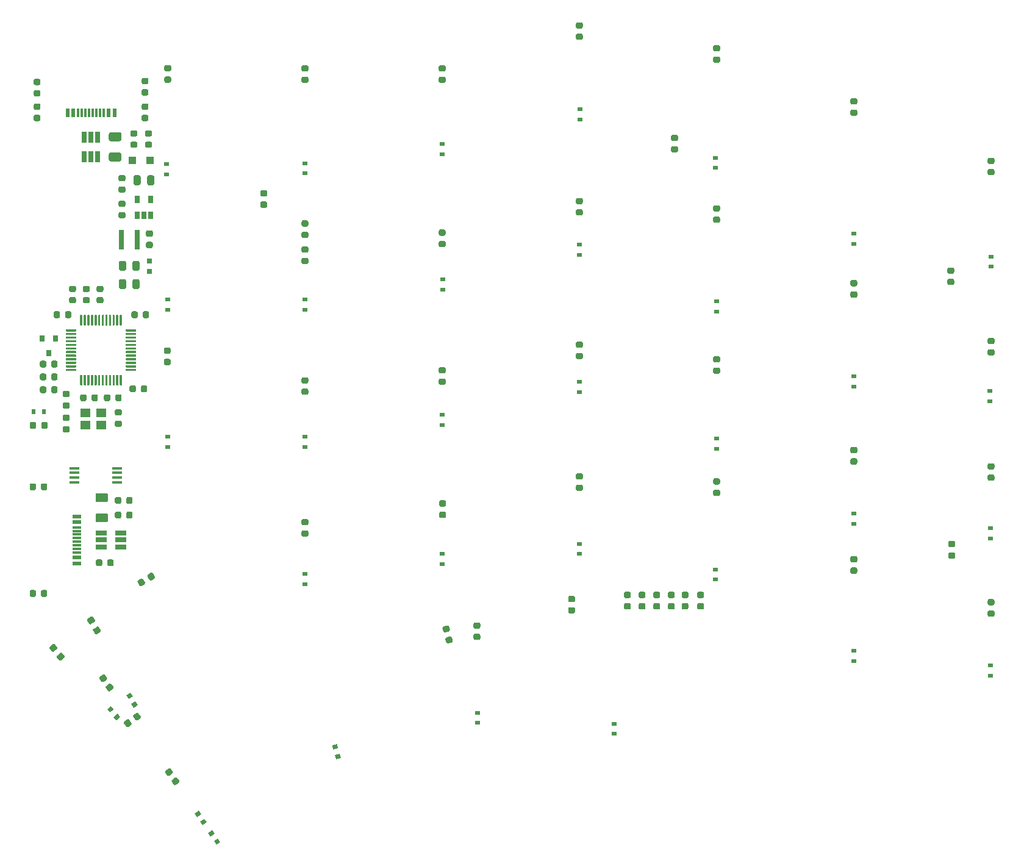
<source format=gbr>
G04 #@! TF.GenerationSoftware,KiCad,Pcbnew,5.1.6+dfsg1-1*
G04 #@! TF.CreationDate,2020-12-09T15:08:11+01:00*
G04 #@! TF.ProjectId,YAEMK,5941454d-4b2e-46b6-9963-61645f706362,1.2*
G04 #@! TF.SameCoordinates,Original*
G04 #@! TF.FileFunction,Paste,Top*
G04 #@! TF.FilePolarity,Positive*
%FSLAX46Y46*%
G04 Gerber Fmt 4.6, Leading zero omitted, Abs format (unit mm)*
G04 Created by KiCad (PCBNEW 5.1.6+dfsg1-1) date 2020-12-09 15:08:11*
%MOMM*%
%LPD*%
G01*
G04 APERTURE LIST*
%ADD10R,1.000000X1.000000*%
%ADD11R,0.800000X2.700000*%
%ADD12R,0.600000X0.700000*%
%ADD13R,0.700000X0.600000*%
%ADD14C,0.150000*%
%ADD15R,0.650000X1.060000*%
%ADD16R,1.560000X0.650000*%
%ADD17R,0.650000X1.560000*%
%ADD18R,0.800000X0.900000*%
%ADD19R,1.400000X1.200000*%
%ADD20R,1.450000X0.450000*%
%ADD21R,0.797560X0.797560*%
%ADD22R,1.300000X0.600000*%
%ADD23R,1.300000X0.300000*%
%ADD24R,0.600000X1.300000*%
%ADD25R,0.300000X1.300000*%
G04 APERTURE END LIST*
D10*
G04 #@! TO.C,D77*
X92222000Y-49530000D03*
X94722000Y-49530000D03*
G04 #@! TD*
G04 #@! TO.C,U5*
G36*
G01*
X84396700Y-78820600D02*
X83071700Y-78820600D01*
G75*
G02*
X82996700Y-78745600I0J75000D01*
G01*
X82996700Y-78595600D01*
G75*
G02*
X83071700Y-78520600I75000J0D01*
G01*
X84396700Y-78520600D01*
G75*
G02*
X84471700Y-78595600I0J-75000D01*
G01*
X84471700Y-78745600D01*
G75*
G02*
X84396700Y-78820600I-75000J0D01*
G01*
G37*
G36*
G01*
X84396700Y-78320600D02*
X83071700Y-78320600D01*
G75*
G02*
X82996700Y-78245600I0J75000D01*
G01*
X82996700Y-78095600D01*
G75*
G02*
X83071700Y-78020600I75000J0D01*
G01*
X84396700Y-78020600D01*
G75*
G02*
X84471700Y-78095600I0J-75000D01*
G01*
X84471700Y-78245600D01*
G75*
G02*
X84396700Y-78320600I-75000J0D01*
G01*
G37*
G36*
G01*
X84396700Y-77820600D02*
X83071700Y-77820600D01*
G75*
G02*
X82996700Y-77745600I0J75000D01*
G01*
X82996700Y-77595600D01*
G75*
G02*
X83071700Y-77520600I75000J0D01*
G01*
X84396700Y-77520600D01*
G75*
G02*
X84471700Y-77595600I0J-75000D01*
G01*
X84471700Y-77745600D01*
G75*
G02*
X84396700Y-77820600I-75000J0D01*
G01*
G37*
G36*
G01*
X84396700Y-77320600D02*
X83071700Y-77320600D01*
G75*
G02*
X82996700Y-77245600I0J75000D01*
G01*
X82996700Y-77095600D01*
G75*
G02*
X83071700Y-77020600I75000J0D01*
G01*
X84396700Y-77020600D01*
G75*
G02*
X84471700Y-77095600I0J-75000D01*
G01*
X84471700Y-77245600D01*
G75*
G02*
X84396700Y-77320600I-75000J0D01*
G01*
G37*
G36*
G01*
X84396700Y-76820600D02*
X83071700Y-76820600D01*
G75*
G02*
X82996700Y-76745600I0J75000D01*
G01*
X82996700Y-76595600D01*
G75*
G02*
X83071700Y-76520600I75000J0D01*
G01*
X84396700Y-76520600D01*
G75*
G02*
X84471700Y-76595600I0J-75000D01*
G01*
X84471700Y-76745600D01*
G75*
G02*
X84396700Y-76820600I-75000J0D01*
G01*
G37*
G36*
G01*
X84396700Y-76320600D02*
X83071700Y-76320600D01*
G75*
G02*
X82996700Y-76245600I0J75000D01*
G01*
X82996700Y-76095600D01*
G75*
G02*
X83071700Y-76020600I75000J0D01*
G01*
X84396700Y-76020600D01*
G75*
G02*
X84471700Y-76095600I0J-75000D01*
G01*
X84471700Y-76245600D01*
G75*
G02*
X84396700Y-76320600I-75000J0D01*
G01*
G37*
G36*
G01*
X84396700Y-75820600D02*
X83071700Y-75820600D01*
G75*
G02*
X82996700Y-75745600I0J75000D01*
G01*
X82996700Y-75595600D01*
G75*
G02*
X83071700Y-75520600I75000J0D01*
G01*
X84396700Y-75520600D01*
G75*
G02*
X84471700Y-75595600I0J-75000D01*
G01*
X84471700Y-75745600D01*
G75*
G02*
X84396700Y-75820600I-75000J0D01*
G01*
G37*
G36*
G01*
X84396700Y-75320600D02*
X83071700Y-75320600D01*
G75*
G02*
X82996700Y-75245600I0J75000D01*
G01*
X82996700Y-75095600D01*
G75*
G02*
X83071700Y-75020600I75000J0D01*
G01*
X84396700Y-75020600D01*
G75*
G02*
X84471700Y-75095600I0J-75000D01*
G01*
X84471700Y-75245600D01*
G75*
G02*
X84396700Y-75320600I-75000J0D01*
G01*
G37*
G36*
G01*
X84396700Y-74820600D02*
X83071700Y-74820600D01*
G75*
G02*
X82996700Y-74745600I0J75000D01*
G01*
X82996700Y-74595600D01*
G75*
G02*
X83071700Y-74520600I75000J0D01*
G01*
X84396700Y-74520600D01*
G75*
G02*
X84471700Y-74595600I0J-75000D01*
G01*
X84471700Y-74745600D01*
G75*
G02*
X84396700Y-74820600I-75000J0D01*
G01*
G37*
G36*
G01*
X84396700Y-74320600D02*
X83071700Y-74320600D01*
G75*
G02*
X82996700Y-74245600I0J75000D01*
G01*
X82996700Y-74095600D01*
G75*
G02*
X83071700Y-74020600I75000J0D01*
G01*
X84396700Y-74020600D01*
G75*
G02*
X84471700Y-74095600I0J-75000D01*
G01*
X84471700Y-74245600D01*
G75*
G02*
X84396700Y-74320600I-75000J0D01*
G01*
G37*
G36*
G01*
X84396700Y-73820600D02*
X83071700Y-73820600D01*
G75*
G02*
X82996700Y-73745600I0J75000D01*
G01*
X82996700Y-73595600D01*
G75*
G02*
X83071700Y-73520600I75000J0D01*
G01*
X84396700Y-73520600D01*
G75*
G02*
X84471700Y-73595600I0J-75000D01*
G01*
X84471700Y-73745600D01*
G75*
G02*
X84396700Y-73820600I-75000J0D01*
G01*
G37*
G36*
G01*
X84396700Y-73320600D02*
X83071700Y-73320600D01*
G75*
G02*
X82996700Y-73245600I0J75000D01*
G01*
X82996700Y-73095600D01*
G75*
G02*
X83071700Y-73020600I75000J0D01*
G01*
X84396700Y-73020600D01*
G75*
G02*
X84471700Y-73095600I0J-75000D01*
G01*
X84471700Y-73245600D01*
G75*
G02*
X84396700Y-73320600I-75000J0D01*
G01*
G37*
G36*
G01*
X85221700Y-72495600D02*
X85071700Y-72495600D01*
G75*
G02*
X84996700Y-72420600I0J75000D01*
G01*
X84996700Y-71095600D01*
G75*
G02*
X85071700Y-71020600I75000J0D01*
G01*
X85221700Y-71020600D01*
G75*
G02*
X85296700Y-71095600I0J-75000D01*
G01*
X85296700Y-72420600D01*
G75*
G02*
X85221700Y-72495600I-75000J0D01*
G01*
G37*
G36*
G01*
X85721700Y-72495600D02*
X85571700Y-72495600D01*
G75*
G02*
X85496700Y-72420600I0J75000D01*
G01*
X85496700Y-71095600D01*
G75*
G02*
X85571700Y-71020600I75000J0D01*
G01*
X85721700Y-71020600D01*
G75*
G02*
X85796700Y-71095600I0J-75000D01*
G01*
X85796700Y-72420600D01*
G75*
G02*
X85721700Y-72495600I-75000J0D01*
G01*
G37*
G36*
G01*
X86221700Y-72495600D02*
X86071700Y-72495600D01*
G75*
G02*
X85996700Y-72420600I0J75000D01*
G01*
X85996700Y-71095600D01*
G75*
G02*
X86071700Y-71020600I75000J0D01*
G01*
X86221700Y-71020600D01*
G75*
G02*
X86296700Y-71095600I0J-75000D01*
G01*
X86296700Y-72420600D01*
G75*
G02*
X86221700Y-72495600I-75000J0D01*
G01*
G37*
G36*
G01*
X86721700Y-72495600D02*
X86571700Y-72495600D01*
G75*
G02*
X86496700Y-72420600I0J75000D01*
G01*
X86496700Y-71095600D01*
G75*
G02*
X86571700Y-71020600I75000J0D01*
G01*
X86721700Y-71020600D01*
G75*
G02*
X86796700Y-71095600I0J-75000D01*
G01*
X86796700Y-72420600D01*
G75*
G02*
X86721700Y-72495600I-75000J0D01*
G01*
G37*
G36*
G01*
X87221700Y-72495600D02*
X87071700Y-72495600D01*
G75*
G02*
X86996700Y-72420600I0J75000D01*
G01*
X86996700Y-71095600D01*
G75*
G02*
X87071700Y-71020600I75000J0D01*
G01*
X87221700Y-71020600D01*
G75*
G02*
X87296700Y-71095600I0J-75000D01*
G01*
X87296700Y-72420600D01*
G75*
G02*
X87221700Y-72495600I-75000J0D01*
G01*
G37*
G36*
G01*
X87721700Y-72495600D02*
X87571700Y-72495600D01*
G75*
G02*
X87496700Y-72420600I0J75000D01*
G01*
X87496700Y-71095600D01*
G75*
G02*
X87571700Y-71020600I75000J0D01*
G01*
X87721700Y-71020600D01*
G75*
G02*
X87796700Y-71095600I0J-75000D01*
G01*
X87796700Y-72420600D01*
G75*
G02*
X87721700Y-72495600I-75000J0D01*
G01*
G37*
G36*
G01*
X88221700Y-72495600D02*
X88071700Y-72495600D01*
G75*
G02*
X87996700Y-72420600I0J75000D01*
G01*
X87996700Y-71095600D01*
G75*
G02*
X88071700Y-71020600I75000J0D01*
G01*
X88221700Y-71020600D01*
G75*
G02*
X88296700Y-71095600I0J-75000D01*
G01*
X88296700Y-72420600D01*
G75*
G02*
X88221700Y-72495600I-75000J0D01*
G01*
G37*
G36*
G01*
X88721700Y-72495600D02*
X88571700Y-72495600D01*
G75*
G02*
X88496700Y-72420600I0J75000D01*
G01*
X88496700Y-71095600D01*
G75*
G02*
X88571700Y-71020600I75000J0D01*
G01*
X88721700Y-71020600D01*
G75*
G02*
X88796700Y-71095600I0J-75000D01*
G01*
X88796700Y-72420600D01*
G75*
G02*
X88721700Y-72495600I-75000J0D01*
G01*
G37*
G36*
G01*
X89221700Y-72495600D02*
X89071700Y-72495600D01*
G75*
G02*
X88996700Y-72420600I0J75000D01*
G01*
X88996700Y-71095600D01*
G75*
G02*
X89071700Y-71020600I75000J0D01*
G01*
X89221700Y-71020600D01*
G75*
G02*
X89296700Y-71095600I0J-75000D01*
G01*
X89296700Y-72420600D01*
G75*
G02*
X89221700Y-72495600I-75000J0D01*
G01*
G37*
G36*
G01*
X89721700Y-72495600D02*
X89571700Y-72495600D01*
G75*
G02*
X89496700Y-72420600I0J75000D01*
G01*
X89496700Y-71095600D01*
G75*
G02*
X89571700Y-71020600I75000J0D01*
G01*
X89721700Y-71020600D01*
G75*
G02*
X89796700Y-71095600I0J-75000D01*
G01*
X89796700Y-72420600D01*
G75*
G02*
X89721700Y-72495600I-75000J0D01*
G01*
G37*
G36*
G01*
X90221700Y-72495600D02*
X90071700Y-72495600D01*
G75*
G02*
X89996700Y-72420600I0J75000D01*
G01*
X89996700Y-71095600D01*
G75*
G02*
X90071700Y-71020600I75000J0D01*
G01*
X90221700Y-71020600D01*
G75*
G02*
X90296700Y-71095600I0J-75000D01*
G01*
X90296700Y-72420600D01*
G75*
G02*
X90221700Y-72495600I-75000J0D01*
G01*
G37*
G36*
G01*
X90721700Y-72495600D02*
X90571700Y-72495600D01*
G75*
G02*
X90496700Y-72420600I0J75000D01*
G01*
X90496700Y-71095600D01*
G75*
G02*
X90571700Y-71020600I75000J0D01*
G01*
X90721700Y-71020600D01*
G75*
G02*
X90796700Y-71095600I0J-75000D01*
G01*
X90796700Y-72420600D01*
G75*
G02*
X90721700Y-72495600I-75000J0D01*
G01*
G37*
G36*
G01*
X92721700Y-73320600D02*
X91396700Y-73320600D01*
G75*
G02*
X91321700Y-73245600I0J75000D01*
G01*
X91321700Y-73095600D01*
G75*
G02*
X91396700Y-73020600I75000J0D01*
G01*
X92721700Y-73020600D01*
G75*
G02*
X92796700Y-73095600I0J-75000D01*
G01*
X92796700Y-73245600D01*
G75*
G02*
X92721700Y-73320600I-75000J0D01*
G01*
G37*
G36*
G01*
X92721700Y-73820600D02*
X91396700Y-73820600D01*
G75*
G02*
X91321700Y-73745600I0J75000D01*
G01*
X91321700Y-73595600D01*
G75*
G02*
X91396700Y-73520600I75000J0D01*
G01*
X92721700Y-73520600D01*
G75*
G02*
X92796700Y-73595600I0J-75000D01*
G01*
X92796700Y-73745600D01*
G75*
G02*
X92721700Y-73820600I-75000J0D01*
G01*
G37*
G36*
G01*
X92721700Y-74320600D02*
X91396700Y-74320600D01*
G75*
G02*
X91321700Y-74245600I0J75000D01*
G01*
X91321700Y-74095600D01*
G75*
G02*
X91396700Y-74020600I75000J0D01*
G01*
X92721700Y-74020600D01*
G75*
G02*
X92796700Y-74095600I0J-75000D01*
G01*
X92796700Y-74245600D01*
G75*
G02*
X92721700Y-74320600I-75000J0D01*
G01*
G37*
G36*
G01*
X92721700Y-74820600D02*
X91396700Y-74820600D01*
G75*
G02*
X91321700Y-74745600I0J75000D01*
G01*
X91321700Y-74595600D01*
G75*
G02*
X91396700Y-74520600I75000J0D01*
G01*
X92721700Y-74520600D01*
G75*
G02*
X92796700Y-74595600I0J-75000D01*
G01*
X92796700Y-74745600D01*
G75*
G02*
X92721700Y-74820600I-75000J0D01*
G01*
G37*
G36*
G01*
X92721700Y-75320600D02*
X91396700Y-75320600D01*
G75*
G02*
X91321700Y-75245600I0J75000D01*
G01*
X91321700Y-75095600D01*
G75*
G02*
X91396700Y-75020600I75000J0D01*
G01*
X92721700Y-75020600D01*
G75*
G02*
X92796700Y-75095600I0J-75000D01*
G01*
X92796700Y-75245600D01*
G75*
G02*
X92721700Y-75320600I-75000J0D01*
G01*
G37*
G36*
G01*
X92721700Y-75820600D02*
X91396700Y-75820600D01*
G75*
G02*
X91321700Y-75745600I0J75000D01*
G01*
X91321700Y-75595600D01*
G75*
G02*
X91396700Y-75520600I75000J0D01*
G01*
X92721700Y-75520600D01*
G75*
G02*
X92796700Y-75595600I0J-75000D01*
G01*
X92796700Y-75745600D01*
G75*
G02*
X92721700Y-75820600I-75000J0D01*
G01*
G37*
G36*
G01*
X92721700Y-76320600D02*
X91396700Y-76320600D01*
G75*
G02*
X91321700Y-76245600I0J75000D01*
G01*
X91321700Y-76095600D01*
G75*
G02*
X91396700Y-76020600I75000J0D01*
G01*
X92721700Y-76020600D01*
G75*
G02*
X92796700Y-76095600I0J-75000D01*
G01*
X92796700Y-76245600D01*
G75*
G02*
X92721700Y-76320600I-75000J0D01*
G01*
G37*
G36*
G01*
X92721700Y-76820600D02*
X91396700Y-76820600D01*
G75*
G02*
X91321700Y-76745600I0J75000D01*
G01*
X91321700Y-76595600D01*
G75*
G02*
X91396700Y-76520600I75000J0D01*
G01*
X92721700Y-76520600D01*
G75*
G02*
X92796700Y-76595600I0J-75000D01*
G01*
X92796700Y-76745600D01*
G75*
G02*
X92721700Y-76820600I-75000J0D01*
G01*
G37*
G36*
G01*
X92721700Y-77320600D02*
X91396700Y-77320600D01*
G75*
G02*
X91321700Y-77245600I0J75000D01*
G01*
X91321700Y-77095600D01*
G75*
G02*
X91396700Y-77020600I75000J0D01*
G01*
X92721700Y-77020600D01*
G75*
G02*
X92796700Y-77095600I0J-75000D01*
G01*
X92796700Y-77245600D01*
G75*
G02*
X92721700Y-77320600I-75000J0D01*
G01*
G37*
G36*
G01*
X92721700Y-77820600D02*
X91396700Y-77820600D01*
G75*
G02*
X91321700Y-77745600I0J75000D01*
G01*
X91321700Y-77595600D01*
G75*
G02*
X91396700Y-77520600I75000J0D01*
G01*
X92721700Y-77520600D01*
G75*
G02*
X92796700Y-77595600I0J-75000D01*
G01*
X92796700Y-77745600D01*
G75*
G02*
X92721700Y-77820600I-75000J0D01*
G01*
G37*
G36*
G01*
X92721700Y-78320600D02*
X91396700Y-78320600D01*
G75*
G02*
X91321700Y-78245600I0J75000D01*
G01*
X91321700Y-78095600D01*
G75*
G02*
X91396700Y-78020600I75000J0D01*
G01*
X92721700Y-78020600D01*
G75*
G02*
X92796700Y-78095600I0J-75000D01*
G01*
X92796700Y-78245600D01*
G75*
G02*
X92721700Y-78320600I-75000J0D01*
G01*
G37*
G36*
G01*
X92721700Y-78820600D02*
X91396700Y-78820600D01*
G75*
G02*
X91321700Y-78745600I0J75000D01*
G01*
X91321700Y-78595600D01*
G75*
G02*
X91396700Y-78520600I75000J0D01*
G01*
X92721700Y-78520600D01*
G75*
G02*
X92796700Y-78595600I0J-75000D01*
G01*
X92796700Y-78745600D01*
G75*
G02*
X92721700Y-78820600I-75000J0D01*
G01*
G37*
G36*
G01*
X90721700Y-80820600D02*
X90571700Y-80820600D01*
G75*
G02*
X90496700Y-80745600I0J75000D01*
G01*
X90496700Y-79420600D01*
G75*
G02*
X90571700Y-79345600I75000J0D01*
G01*
X90721700Y-79345600D01*
G75*
G02*
X90796700Y-79420600I0J-75000D01*
G01*
X90796700Y-80745600D01*
G75*
G02*
X90721700Y-80820600I-75000J0D01*
G01*
G37*
G36*
G01*
X90221700Y-80820600D02*
X90071700Y-80820600D01*
G75*
G02*
X89996700Y-80745600I0J75000D01*
G01*
X89996700Y-79420600D01*
G75*
G02*
X90071700Y-79345600I75000J0D01*
G01*
X90221700Y-79345600D01*
G75*
G02*
X90296700Y-79420600I0J-75000D01*
G01*
X90296700Y-80745600D01*
G75*
G02*
X90221700Y-80820600I-75000J0D01*
G01*
G37*
G36*
G01*
X89721700Y-80820600D02*
X89571700Y-80820600D01*
G75*
G02*
X89496700Y-80745600I0J75000D01*
G01*
X89496700Y-79420600D01*
G75*
G02*
X89571700Y-79345600I75000J0D01*
G01*
X89721700Y-79345600D01*
G75*
G02*
X89796700Y-79420600I0J-75000D01*
G01*
X89796700Y-80745600D01*
G75*
G02*
X89721700Y-80820600I-75000J0D01*
G01*
G37*
G36*
G01*
X89221700Y-80820600D02*
X89071700Y-80820600D01*
G75*
G02*
X88996700Y-80745600I0J75000D01*
G01*
X88996700Y-79420600D01*
G75*
G02*
X89071700Y-79345600I75000J0D01*
G01*
X89221700Y-79345600D01*
G75*
G02*
X89296700Y-79420600I0J-75000D01*
G01*
X89296700Y-80745600D01*
G75*
G02*
X89221700Y-80820600I-75000J0D01*
G01*
G37*
G36*
G01*
X88721700Y-80820600D02*
X88571700Y-80820600D01*
G75*
G02*
X88496700Y-80745600I0J75000D01*
G01*
X88496700Y-79420600D01*
G75*
G02*
X88571700Y-79345600I75000J0D01*
G01*
X88721700Y-79345600D01*
G75*
G02*
X88796700Y-79420600I0J-75000D01*
G01*
X88796700Y-80745600D01*
G75*
G02*
X88721700Y-80820600I-75000J0D01*
G01*
G37*
G36*
G01*
X88221700Y-80820600D02*
X88071700Y-80820600D01*
G75*
G02*
X87996700Y-80745600I0J75000D01*
G01*
X87996700Y-79420600D01*
G75*
G02*
X88071700Y-79345600I75000J0D01*
G01*
X88221700Y-79345600D01*
G75*
G02*
X88296700Y-79420600I0J-75000D01*
G01*
X88296700Y-80745600D01*
G75*
G02*
X88221700Y-80820600I-75000J0D01*
G01*
G37*
G36*
G01*
X87721700Y-80820600D02*
X87571700Y-80820600D01*
G75*
G02*
X87496700Y-80745600I0J75000D01*
G01*
X87496700Y-79420600D01*
G75*
G02*
X87571700Y-79345600I75000J0D01*
G01*
X87721700Y-79345600D01*
G75*
G02*
X87796700Y-79420600I0J-75000D01*
G01*
X87796700Y-80745600D01*
G75*
G02*
X87721700Y-80820600I-75000J0D01*
G01*
G37*
G36*
G01*
X87221700Y-80820600D02*
X87071700Y-80820600D01*
G75*
G02*
X86996700Y-80745600I0J75000D01*
G01*
X86996700Y-79420600D01*
G75*
G02*
X87071700Y-79345600I75000J0D01*
G01*
X87221700Y-79345600D01*
G75*
G02*
X87296700Y-79420600I0J-75000D01*
G01*
X87296700Y-80745600D01*
G75*
G02*
X87221700Y-80820600I-75000J0D01*
G01*
G37*
G36*
G01*
X86721700Y-80820600D02*
X86571700Y-80820600D01*
G75*
G02*
X86496700Y-80745600I0J75000D01*
G01*
X86496700Y-79420600D01*
G75*
G02*
X86571700Y-79345600I75000J0D01*
G01*
X86721700Y-79345600D01*
G75*
G02*
X86796700Y-79420600I0J-75000D01*
G01*
X86796700Y-80745600D01*
G75*
G02*
X86721700Y-80820600I-75000J0D01*
G01*
G37*
G36*
G01*
X86221700Y-80820600D02*
X86071700Y-80820600D01*
G75*
G02*
X85996700Y-80745600I0J75000D01*
G01*
X85996700Y-79420600D01*
G75*
G02*
X86071700Y-79345600I75000J0D01*
G01*
X86221700Y-79345600D01*
G75*
G02*
X86296700Y-79420600I0J-75000D01*
G01*
X86296700Y-80745600D01*
G75*
G02*
X86221700Y-80820600I-75000J0D01*
G01*
G37*
G36*
G01*
X85721700Y-80820600D02*
X85571700Y-80820600D01*
G75*
G02*
X85496700Y-80745600I0J75000D01*
G01*
X85496700Y-79420600D01*
G75*
G02*
X85571700Y-79345600I75000J0D01*
G01*
X85721700Y-79345600D01*
G75*
G02*
X85796700Y-79420600I0J-75000D01*
G01*
X85796700Y-80745600D01*
G75*
G02*
X85721700Y-80820600I-75000J0D01*
G01*
G37*
G36*
G01*
X85221700Y-80820600D02*
X85071700Y-80820600D01*
G75*
G02*
X84996700Y-80745600I0J75000D01*
G01*
X84996700Y-79420600D01*
G75*
G02*
X85071700Y-79345600I75000J0D01*
G01*
X85221700Y-79345600D01*
G75*
G02*
X85296700Y-79420600I0J-75000D01*
G01*
X85296700Y-80745600D01*
G75*
G02*
X85221700Y-80820600I-75000J0D01*
G01*
G37*
G04 #@! TD*
G04 #@! TO.C,F2*
G36*
G01*
X88636000Y-99815000D02*
X87386000Y-99815000D01*
G75*
G02*
X87136000Y-99565000I0J250000D01*
G01*
X87136000Y-98815000D01*
G75*
G02*
X87386000Y-98565000I250000J0D01*
G01*
X88636000Y-98565000D01*
G75*
G02*
X88886000Y-98815000I0J-250000D01*
G01*
X88886000Y-99565000D01*
G75*
G02*
X88636000Y-99815000I-250000J0D01*
G01*
G37*
G36*
G01*
X88636000Y-97015000D02*
X87386000Y-97015000D01*
G75*
G02*
X87136000Y-96765000I0J250000D01*
G01*
X87136000Y-96015000D01*
G75*
G02*
X87386000Y-95765000I250000J0D01*
G01*
X88636000Y-95765000D01*
G75*
G02*
X88886000Y-96015000I0J-250000D01*
G01*
X88886000Y-96765000D01*
G75*
G02*
X88636000Y-97015000I-250000J0D01*
G01*
G37*
G04 #@! TD*
G04 #@! TO.C,F1*
G36*
G01*
X90477500Y-49713500D02*
X89227500Y-49713500D01*
G75*
G02*
X88977500Y-49463500I0J250000D01*
G01*
X88977500Y-48713500D01*
G75*
G02*
X89227500Y-48463500I250000J0D01*
G01*
X90477500Y-48463500D01*
G75*
G02*
X90727500Y-48713500I0J-250000D01*
G01*
X90727500Y-49463500D01*
G75*
G02*
X90477500Y-49713500I-250000J0D01*
G01*
G37*
G36*
G01*
X90477500Y-46913500D02*
X89227500Y-46913500D01*
G75*
G02*
X88977500Y-46663500I0J250000D01*
G01*
X88977500Y-45913500D01*
G75*
G02*
X89227500Y-45663500I250000J0D01*
G01*
X90477500Y-45663500D01*
G75*
G02*
X90727500Y-45913500I0J-250000D01*
G01*
X90727500Y-46663500D01*
G75*
G02*
X90477500Y-46913500I-250000J0D01*
G01*
G37*
G04 #@! TD*
D11*
G04 #@! TO.C,L1*
X90721000Y-60579000D03*
X92921000Y-60579000D03*
G04 #@! TD*
D12*
G04 #@! TO.C,D69*
X78548000Y-84455000D03*
X79948000Y-84455000D03*
G04 #@! TD*
D13*
G04 #@! TO.C,D34*
X211404200Y-121096000D03*
X211404200Y-119696000D03*
G04 #@! TD*
G04 #@! TO.C,D33*
X211404200Y-102046000D03*
X211404200Y-100646000D03*
G04 #@! TD*
G04 #@! TO.C,D32*
X211328000Y-82996000D03*
X211328000Y-81596000D03*
G04 #@! TD*
G04 #@! TO.C,D31*
X211455000Y-64327000D03*
X211455000Y-62927000D03*
G04 #@! TD*
G04 #@! TO.C,D30*
X192405000Y-119064000D03*
X192405000Y-117664000D03*
G04 #@! TD*
G04 #@! TO.C,D29*
X192405000Y-100014000D03*
X192405000Y-98614000D03*
G04 #@! TD*
G04 #@! TO.C,D28*
X192405000Y-80964000D03*
X192405000Y-79564000D03*
G04 #@! TD*
G04 #@! TO.C,D27*
X192405000Y-61152000D03*
X192405000Y-59752000D03*
G04 #@! TD*
G04 #@! TO.C,D26*
X173228000Y-107761000D03*
X173228000Y-106361000D03*
G04 #@! TD*
G04 #@! TO.C,D25*
X173355000Y-89600000D03*
X173355000Y-88200000D03*
G04 #@! TD*
G04 #@! TO.C,D24*
X173355000Y-70550000D03*
X173355000Y-69150000D03*
G04 #@! TD*
G04 #@! TO.C,D23*
X173228000Y-50611000D03*
X173228000Y-49211000D03*
G04 #@! TD*
G04 #@! TO.C,D22*
X159131000Y-129160500D03*
X159131000Y-127760500D03*
G04 #@! TD*
G04 #@! TO.C,D21*
X154305000Y-104205000D03*
X154305000Y-102805000D03*
G04 #@! TD*
G04 #@! TO.C,D19*
X154305000Y-62676000D03*
X154305000Y-61276000D03*
G04 #@! TD*
G04 #@! TO.C,D18*
X154432000Y-43880000D03*
X154432000Y-42480000D03*
G04 #@! TD*
G04 #@! TO.C,D17*
X140208000Y-127636500D03*
X140208000Y-126236500D03*
G04 #@! TD*
G04 #@! TO.C,D16*
X135255000Y-105602000D03*
X135255000Y-104202000D03*
G04 #@! TD*
G04 #@! TO.C,D15*
X135255000Y-86298000D03*
X135255000Y-84898000D03*
G04 #@! TD*
G04 #@! TO.C,D14*
X135356600Y-67502000D03*
X135356600Y-66102000D03*
G04 #@! TD*
G04 #@! TO.C,D13*
X135255000Y-48706000D03*
X135255000Y-47306000D03*
G04 #@! TD*
D14*
G04 #@! TO.C,D12*
G36*
X121174066Y-132551987D02*
G01*
X120497918Y-132733160D01*
X120342626Y-132153605D01*
X121018774Y-131972432D01*
X121174066Y-132551987D01*
G37*
G36*
X120811720Y-131199691D02*
G01*
X120135572Y-131380864D01*
X119980280Y-130801309D01*
X120656428Y-130620136D01*
X120811720Y-131199691D01*
G37*
G04 #@! TD*
D13*
G04 #@! TO.C,D11*
X116205000Y-108396000D03*
X116205000Y-106996000D03*
G04 #@! TD*
G04 #@! TO.C,D10*
X116205000Y-89346000D03*
X116205000Y-87946000D03*
G04 #@! TD*
G04 #@! TO.C,D9*
X116205000Y-70296000D03*
X116205000Y-68896000D03*
G04 #@! TD*
G04 #@! TO.C,D8*
X116205000Y-51373000D03*
X116205000Y-49973000D03*
G04 #@! TD*
D14*
G04 #@! TO.C,D7*
G36*
X102587280Y-141461400D02*
G01*
X102013874Y-141862903D01*
X101669728Y-141371412D01*
X102243134Y-140969909D01*
X102587280Y-141461400D01*
G37*
G36*
X101784272Y-140314588D02*
G01*
X101210866Y-140716091D01*
X100866720Y-140224600D01*
X101440126Y-139823097D01*
X101784272Y-140314588D01*
G37*
G04 #@! TD*
G04 #@! TO.C,D6*
G36*
X93005109Y-125214526D02*
G01*
X92398891Y-125564526D01*
X92098891Y-125044910D01*
X92705109Y-124694910D01*
X93005109Y-125214526D01*
G37*
G36*
X92305109Y-124002090D02*
G01*
X91698891Y-124352090D01*
X91398891Y-123832474D01*
X92005109Y-123482474D01*
X92305109Y-124002090D01*
G37*
G04 #@! TD*
D13*
G04 #@! TO.C,D5*
X97180400Y-89346000D03*
X97180400Y-87946000D03*
G04 #@! TD*
G04 #@! TO.C,D4*
X97155000Y-70296000D03*
X97155000Y-68896000D03*
G04 #@! TD*
G04 #@! TO.C,D3*
X97028000Y-51500000D03*
X97028000Y-50100000D03*
G04 #@! TD*
D14*
G04 #@! TO.C,D2*
G36*
X104471776Y-144189994D02*
G01*
X103898370Y-144591497D01*
X103554224Y-144100006D01*
X104127630Y-143698503D01*
X104471776Y-144189994D01*
G37*
G36*
X103668768Y-143043182D02*
G01*
X103095362Y-143444685D01*
X102751216Y-142953194D01*
X103324622Y-142551691D01*
X103668768Y-143043182D01*
G37*
G04 #@! TD*
G04 #@! TO.C,D1*
G36*
X90572903Y-126842569D02*
G01*
X90036672Y-127292520D01*
X89650999Y-126832893D01*
X90187230Y-126382942D01*
X90572903Y-126842569D01*
G37*
G36*
X89673001Y-125770107D02*
G01*
X89136770Y-126220058D01*
X88751097Y-125760431D01*
X89287328Y-125310480D01*
X89673001Y-125770107D01*
G37*
G04 #@! TD*
D13*
G04 #@! TO.C,D20*
X154305000Y-81726000D03*
X154305000Y-80326000D03*
G04 #@! TD*
D15*
G04 #@! TO.C,U2*
X92903000Y-57150000D03*
X93853000Y-57150000D03*
X94803000Y-57150000D03*
X94803000Y-54950000D03*
X92903000Y-54950000D03*
G04 #@! TD*
D16*
G04 #@! TO.C,U4*
X90656400Y-102260400D03*
X90656400Y-101310400D03*
X90656400Y-103210400D03*
X87956400Y-103210400D03*
X87956400Y-102260400D03*
X87956400Y-101310400D03*
G04 #@! TD*
D17*
G04 #@! TO.C,U3*
X86512400Y-49076600D03*
X87462400Y-49076600D03*
X85562400Y-49076600D03*
X85562400Y-46376600D03*
X86512400Y-46376600D03*
X87462400Y-46376600D03*
G04 #@! TD*
D18*
G04 #@! TO.C,Q1*
X80645000Y-76311000D03*
X79695000Y-74311000D03*
X81595000Y-74311000D03*
G04 #@! TD*
D19*
G04 #@! TO.C,HSE1*
X85768000Y-84621000D03*
X87968000Y-84621000D03*
X87968000Y-86321000D03*
X85768000Y-86321000D03*
G04 #@! TD*
D20*
G04 #@! TO.C,U1*
X84235500Y-94256500D03*
X84235500Y-93606500D03*
X84235500Y-92956500D03*
X84235500Y-92306500D03*
X90135500Y-92306500D03*
X90135500Y-92956500D03*
X90135500Y-93606500D03*
X90135500Y-94256500D03*
G04 #@! TD*
G04 #@! TO.C,C54*
G36*
G01*
X80295000Y-81150750D02*
X80295000Y-81663250D01*
G75*
G02*
X80076250Y-81882000I-218750J0D01*
G01*
X79638750Y-81882000D01*
G75*
G02*
X79420000Y-81663250I0J218750D01*
G01*
X79420000Y-81150750D01*
G75*
G02*
X79638750Y-80932000I218750J0D01*
G01*
X80076250Y-80932000D01*
G75*
G02*
X80295000Y-81150750I0J-218750D01*
G01*
G37*
G36*
G01*
X81870000Y-81150750D02*
X81870000Y-81663250D01*
G75*
G02*
X81651250Y-81882000I-218750J0D01*
G01*
X81213750Y-81882000D01*
G75*
G02*
X80995000Y-81663250I0J218750D01*
G01*
X80995000Y-81150750D01*
G75*
G02*
X81213750Y-80932000I218750J0D01*
G01*
X81651250Y-80932000D01*
G75*
G02*
X81870000Y-81150750I0J-218750D01*
G01*
G37*
G04 #@! TD*
G04 #@! TO.C,R26*
G36*
G01*
X93739266Y-107712581D02*
X93995516Y-108156419D01*
G75*
G02*
X93915448Y-108455237I-189443J-109375D01*
G01*
X93536562Y-108673987D01*
G75*
G02*
X93237744Y-108593919I-109375J189443D01*
G01*
X92981494Y-108150081D01*
G75*
G02*
X93061562Y-107851263I189443J109375D01*
G01*
X93440448Y-107632513D01*
G75*
G02*
X93739266Y-107712581I109375J-189443D01*
G01*
G37*
G36*
G01*
X95103256Y-106925081D02*
X95359506Y-107368919D01*
G75*
G02*
X95279438Y-107667737I-189443J-109375D01*
G01*
X94900552Y-107886487D01*
G75*
G02*
X94601734Y-107806419I-109375J189443D01*
G01*
X94345484Y-107362581D01*
G75*
G02*
X94425552Y-107063763I189443J109375D01*
G01*
X94804438Y-106845013D01*
G75*
G02*
X95103256Y-106925081I109375J-189443D01*
G01*
G37*
G04 #@! TD*
G04 #@! TO.C,R25*
G36*
G01*
X82801750Y-86456000D02*
X83314250Y-86456000D01*
G75*
G02*
X83533000Y-86674750I0J-218750D01*
G01*
X83533000Y-87112250D01*
G75*
G02*
X83314250Y-87331000I-218750J0D01*
G01*
X82801750Y-87331000D01*
G75*
G02*
X82583000Y-87112250I0J218750D01*
G01*
X82583000Y-86674750D01*
G75*
G02*
X82801750Y-86456000I218750J0D01*
G01*
G37*
G36*
G01*
X82801750Y-84881000D02*
X83314250Y-84881000D01*
G75*
G02*
X83533000Y-85099750I0J-218750D01*
G01*
X83533000Y-85537250D01*
G75*
G02*
X83314250Y-85756000I-218750J0D01*
G01*
X82801750Y-85756000D01*
G75*
G02*
X82583000Y-85537250I0J218750D01*
G01*
X82583000Y-85099750D01*
G75*
G02*
X82801750Y-84881000I218750J0D01*
G01*
G37*
G04 #@! TD*
G04 #@! TO.C,R24*
G36*
G01*
X82801750Y-83154000D02*
X83314250Y-83154000D01*
G75*
G02*
X83533000Y-83372750I0J-218750D01*
G01*
X83533000Y-83810250D01*
G75*
G02*
X83314250Y-84029000I-218750J0D01*
G01*
X82801750Y-84029000D01*
G75*
G02*
X82583000Y-83810250I0J218750D01*
G01*
X82583000Y-83372750D01*
G75*
G02*
X82801750Y-83154000I218750J0D01*
G01*
G37*
G36*
G01*
X82801750Y-81579000D02*
X83314250Y-81579000D01*
G75*
G02*
X83533000Y-81797750I0J-218750D01*
G01*
X83533000Y-82235250D01*
G75*
G02*
X83314250Y-82454000I-218750J0D01*
G01*
X82801750Y-82454000D01*
G75*
G02*
X82583000Y-82235250I0J218750D01*
G01*
X82583000Y-81797750D01*
G75*
G02*
X82801750Y-81579000I218750J0D01*
G01*
G37*
G04 #@! TD*
G04 #@! TO.C,C13*
G36*
G01*
X153481750Y-110902000D02*
X152969250Y-110902000D01*
G75*
G02*
X152750500Y-110683250I0J218750D01*
G01*
X152750500Y-110245750D01*
G75*
G02*
X152969250Y-110027000I218750J0D01*
G01*
X153481750Y-110027000D01*
G75*
G02*
X153700500Y-110245750I0J-218750D01*
G01*
X153700500Y-110683250D01*
G75*
G02*
X153481750Y-110902000I-218750J0D01*
G01*
G37*
G36*
G01*
X153481750Y-112477000D02*
X152969250Y-112477000D01*
G75*
G02*
X152750500Y-112258250I0J218750D01*
G01*
X152750500Y-111820750D01*
G75*
G02*
X152969250Y-111602000I218750J0D01*
G01*
X153481750Y-111602000D01*
G75*
G02*
X153700500Y-111820750I0J-218750D01*
G01*
X153700500Y-112258250D01*
G75*
G02*
X153481750Y-112477000I-218750J0D01*
G01*
G37*
G04 #@! TD*
G04 #@! TO.C,R23*
G36*
G01*
X94744250Y-46259000D02*
X94231750Y-46259000D01*
G75*
G02*
X94013000Y-46040250I0J218750D01*
G01*
X94013000Y-45602750D01*
G75*
G02*
X94231750Y-45384000I218750J0D01*
G01*
X94744250Y-45384000D01*
G75*
G02*
X94963000Y-45602750I0J-218750D01*
G01*
X94963000Y-46040250D01*
G75*
G02*
X94744250Y-46259000I-218750J0D01*
G01*
G37*
G36*
G01*
X94744250Y-47834000D02*
X94231750Y-47834000D01*
G75*
G02*
X94013000Y-47615250I0J218750D01*
G01*
X94013000Y-47177750D01*
G75*
G02*
X94231750Y-46959000I218750J0D01*
G01*
X94744250Y-46959000D01*
G75*
G02*
X94963000Y-47177750I0J-218750D01*
G01*
X94963000Y-47615250D01*
G75*
G02*
X94744250Y-47834000I-218750J0D01*
G01*
G37*
G04 #@! TD*
G04 #@! TO.C,R22*
G36*
G01*
X92199750Y-46959000D02*
X92712250Y-46959000D01*
G75*
G02*
X92931000Y-47177750I0J-218750D01*
G01*
X92931000Y-47615250D01*
G75*
G02*
X92712250Y-47834000I-218750J0D01*
G01*
X92199750Y-47834000D01*
G75*
G02*
X91981000Y-47615250I0J218750D01*
G01*
X91981000Y-47177750D01*
G75*
G02*
X92199750Y-46959000I218750J0D01*
G01*
G37*
G36*
G01*
X92199750Y-45384000D02*
X92712250Y-45384000D01*
G75*
G02*
X92931000Y-45602750I0J-218750D01*
G01*
X92931000Y-46040250D01*
G75*
G02*
X92712250Y-46259000I-218750J0D01*
G01*
X92199750Y-46259000D01*
G75*
G02*
X91981000Y-46040250I0J218750D01*
G01*
X91981000Y-45602750D01*
G75*
G02*
X92199750Y-45384000I218750J0D01*
G01*
G37*
G04 #@! TD*
G04 #@! TO.C,C53*
G36*
G01*
X91816318Y-127240844D02*
X92110276Y-127660659D01*
G75*
G02*
X92056556Y-127965319I-179190J-125470D01*
G01*
X91698177Y-128216259D01*
G75*
G02*
X91393517Y-128162539I-125470J179190D01*
G01*
X91099560Y-127742723D01*
G75*
G02*
X91153280Y-127438063I179190J125470D01*
G01*
X91511659Y-127187123D01*
G75*
G02*
X91816319Y-127240843I125470J-179190D01*
G01*
G37*
G36*
G01*
X93106482Y-126337462D02*
X93400440Y-126757277D01*
G75*
G02*
X93346720Y-127061937I-179190J-125470D01*
G01*
X92988341Y-127312877D01*
G75*
G02*
X92683681Y-127259157I-125470J179190D01*
G01*
X92389724Y-126839341D01*
G75*
G02*
X92443444Y-126534681I179190J125470D01*
G01*
X92801823Y-126283741D01*
G75*
G02*
X93106483Y-126337461I125470J-179190D01*
G01*
G37*
G04 #@! TD*
G04 #@! TO.C,C52*
G36*
G01*
X110233750Y-55277500D02*
X110746250Y-55277500D01*
G75*
G02*
X110965000Y-55496250I0J-218750D01*
G01*
X110965000Y-55933750D01*
G75*
G02*
X110746250Y-56152500I-218750J0D01*
G01*
X110233750Y-56152500D01*
G75*
G02*
X110015000Y-55933750I0J218750D01*
G01*
X110015000Y-55496250D01*
G75*
G02*
X110233750Y-55277500I218750J0D01*
G01*
G37*
G36*
G01*
X110233750Y-53702500D02*
X110746250Y-53702500D01*
G75*
G02*
X110965000Y-53921250I0J-218750D01*
G01*
X110965000Y-54358750D01*
G75*
G02*
X110746250Y-54577500I-218750J0D01*
G01*
X110233750Y-54577500D01*
G75*
G02*
X110015000Y-54358750I0J218750D01*
G01*
X110015000Y-53921250D01*
G75*
G02*
X110233750Y-53702500I218750J0D01*
G01*
G37*
G04 #@! TD*
G04 #@! TO.C,C51*
G36*
G01*
X167256750Y-47594000D02*
X167769250Y-47594000D01*
G75*
G02*
X167988000Y-47812750I0J-218750D01*
G01*
X167988000Y-48250250D01*
G75*
G02*
X167769250Y-48469000I-218750J0D01*
G01*
X167256750Y-48469000D01*
G75*
G02*
X167038000Y-48250250I0J218750D01*
G01*
X167038000Y-47812750D01*
G75*
G02*
X167256750Y-47594000I218750J0D01*
G01*
G37*
G36*
G01*
X167256750Y-46019000D02*
X167769250Y-46019000D01*
G75*
G02*
X167988000Y-46237750I0J-218750D01*
G01*
X167988000Y-46675250D01*
G75*
G02*
X167769250Y-46894000I-218750J0D01*
G01*
X167256750Y-46894000D01*
G75*
G02*
X167038000Y-46675250I0J218750D01*
G01*
X167038000Y-46237750D01*
G75*
G02*
X167256750Y-46019000I218750J0D01*
G01*
G37*
G04 #@! TD*
G04 #@! TO.C,C50*
G36*
G01*
X205610750Y-66009000D02*
X206123250Y-66009000D01*
G75*
G02*
X206342000Y-66227750I0J-218750D01*
G01*
X206342000Y-66665250D01*
G75*
G02*
X206123250Y-66884000I-218750J0D01*
G01*
X205610750Y-66884000D01*
G75*
G02*
X205392000Y-66665250I0J218750D01*
G01*
X205392000Y-66227750D01*
G75*
G02*
X205610750Y-66009000I218750J0D01*
G01*
G37*
G36*
G01*
X205610750Y-64434000D02*
X206123250Y-64434000D01*
G75*
G02*
X206342000Y-64652750I0J-218750D01*
G01*
X206342000Y-65090250D01*
G75*
G02*
X206123250Y-65309000I-218750J0D01*
G01*
X205610750Y-65309000D01*
G75*
G02*
X205392000Y-65090250I0J218750D01*
G01*
X205392000Y-64652750D01*
G75*
G02*
X205610750Y-64434000I218750J0D01*
G01*
G37*
G04 #@! TD*
G04 #@! TO.C,C49*
G36*
G01*
X205737750Y-103982000D02*
X206250250Y-103982000D01*
G75*
G02*
X206469000Y-104200750I0J-218750D01*
G01*
X206469000Y-104638250D01*
G75*
G02*
X206250250Y-104857000I-218750J0D01*
G01*
X205737750Y-104857000D01*
G75*
G02*
X205519000Y-104638250I0J218750D01*
G01*
X205519000Y-104200750D01*
G75*
G02*
X205737750Y-103982000I218750J0D01*
G01*
G37*
G36*
G01*
X205737750Y-102407000D02*
X206250250Y-102407000D01*
G75*
G02*
X206469000Y-102625750I0J-218750D01*
G01*
X206469000Y-103063250D01*
G75*
G02*
X206250250Y-103282000I-218750J0D01*
G01*
X205737750Y-103282000D01*
G75*
G02*
X205519000Y-103063250I0J218750D01*
G01*
X205519000Y-102625750D01*
G75*
G02*
X205737750Y-102407000I218750J0D01*
G01*
G37*
G04 #@! TD*
G04 #@! TO.C,C48*
G36*
G01*
X135860068Y-115783897D02*
X136355105Y-115651252D01*
G75*
G02*
X136623018Y-115805931I56617J-211296D01*
G01*
X136736251Y-116228524D01*
G75*
G02*
X136581572Y-116496437I-211296J-56617D01*
G01*
X136086535Y-116629082D01*
G75*
G02*
X135818622Y-116474403I-56617J211296D01*
G01*
X135705389Y-116051810D01*
G75*
G02*
X135860068Y-115783897I211296J56617D01*
G01*
G37*
G36*
G01*
X135452428Y-114262563D02*
X135947465Y-114129918D01*
G75*
G02*
X136215378Y-114284597I56617J-211296D01*
G01*
X136328611Y-114707190D01*
G75*
G02*
X136173932Y-114975103I-211296J-56617D01*
G01*
X135678895Y-115107748D01*
G75*
G02*
X135410982Y-114953069I-56617J211296D01*
G01*
X135297749Y-114530476D01*
G75*
G02*
X135452428Y-114262563I211296J56617D01*
G01*
G37*
G04 #@! TD*
G04 #@! TO.C,R16*
G36*
G01*
X91061250Y-52482000D02*
X90548750Y-52482000D01*
G75*
G02*
X90330000Y-52263250I0J218750D01*
G01*
X90330000Y-51825750D01*
G75*
G02*
X90548750Y-51607000I218750J0D01*
G01*
X91061250Y-51607000D01*
G75*
G02*
X91280000Y-51825750I0J-218750D01*
G01*
X91280000Y-52263250D01*
G75*
G02*
X91061250Y-52482000I-218750J0D01*
G01*
G37*
G36*
G01*
X91061250Y-54057000D02*
X90548750Y-54057000D01*
G75*
G02*
X90330000Y-53838250I0J218750D01*
G01*
X90330000Y-53400750D01*
G75*
G02*
X90548750Y-53182000I218750J0D01*
G01*
X91061250Y-53182000D01*
G75*
G02*
X91280000Y-53400750I0J-218750D01*
G01*
X91280000Y-53838250D01*
G75*
G02*
X91061250Y-54057000I-218750J0D01*
G01*
G37*
G04 #@! TD*
G04 #@! TO.C,R15*
G36*
G01*
X91061250Y-56038000D02*
X90548750Y-56038000D01*
G75*
G02*
X90330000Y-55819250I0J218750D01*
G01*
X90330000Y-55381750D01*
G75*
G02*
X90548750Y-55163000I218750J0D01*
G01*
X91061250Y-55163000D01*
G75*
G02*
X91280000Y-55381750I0J-218750D01*
G01*
X91280000Y-55819250D01*
G75*
G02*
X91061250Y-56038000I-218750J0D01*
G01*
G37*
G36*
G01*
X91061250Y-57613000D02*
X90548750Y-57613000D01*
G75*
G02*
X90330000Y-57394250I0J218750D01*
G01*
X90330000Y-56956750D01*
G75*
G02*
X90548750Y-56738000I218750J0D01*
G01*
X91061250Y-56738000D01*
G75*
G02*
X91280000Y-56956750I0J-218750D01*
G01*
X91280000Y-57394250D01*
G75*
G02*
X91061250Y-57613000I-218750J0D01*
G01*
G37*
G04 #@! TD*
G04 #@! TO.C,C44*
G36*
G01*
X92271000Y-64654750D02*
X92271000Y-63742250D01*
G75*
G02*
X92514750Y-63498500I243750J0D01*
G01*
X93002250Y-63498500D01*
G75*
G02*
X93246000Y-63742250I0J-243750D01*
G01*
X93246000Y-64654750D01*
G75*
G02*
X93002250Y-64898500I-243750J0D01*
G01*
X92514750Y-64898500D01*
G75*
G02*
X92271000Y-64654750I0J243750D01*
G01*
G37*
G36*
G01*
X90396000Y-64654750D02*
X90396000Y-63742250D01*
G75*
G02*
X90639750Y-63498500I243750J0D01*
G01*
X91127250Y-63498500D01*
G75*
G02*
X91371000Y-63742250I0J-243750D01*
G01*
X91371000Y-64654750D01*
G75*
G02*
X91127250Y-64898500I-243750J0D01*
G01*
X90639750Y-64898500D01*
G75*
G02*
X90396000Y-64654750I0J243750D01*
G01*
G37*
G04 #@! TD*
G04 #@! TO.C,C43*
G36*
G01*
X93403000Y-51867750D02*
X93403000Y-52780250D01*
G75*
G02*
X93159250Y-53024000I-243750J0D01*
G01*
X92671750Y-53024000D01*
G75*
G02*
X92428000Y-52780250I0J243750D01*
G01*
X92428000Y-51867750D01*
G75*
G02*
X92671750Y-51624000I243750J0D01*
G01*
X93159250Y-51624000D01*
G75*
G02*
X93403000Y-51867750I0J-243750D01*
G01*
G37*
G36*
G01*
X95278000Y-51867750D02*
X95278000Y-52780250D01*
G75*
G02*
X95034250Y-53024000I-243750J0D01*
G01*
X94546750Y-53024000D01*
G75*
G02*
X94303000Y-52780250I0J243750D01*
G01*
X94303000Y-51867750D01*
G75*
G02*
X94546750Y-51624000I243750J0D01*
G01*
X95034250Y-51624000D01*
G75*
G02*
X95278000Y-51867750I0J-243750D01*
G01*
G37*
G04 #@! TD*
G04 #@! TO.C,R19*
G36*
G01*
X85595750Y-68549000D02*
X86108250Y-68549000D01*
G75*
G02*
X86327000Y-68767750I0J-218750D01*
G01*
X86327000Y-69205250D01*
G75*
G02*
X86108250Y-69424000I-218750J0D01*
G01*
X85595750Y-69424000D01*
G75*
G02*
X85377000Y-69205250I0J218750D01*
G01*
X85377000Y-68767750D01*
G75*
G02*
X85595750Y-68549000I218750J0D01*
G01*
G37*
G36*
G01*
X85595750Y-66974000D02*
X86108250Y-66974000D01*
G75*
G02*
X86327000Y-67192750I0J-218750D01*
G01*
X86327000Y-67630250D01*
G75*
G02*
X86108250Y-67849000I-218750J0D01*
G01*
X85595750Y-67849000D01*
G75*
G02*
X85377000Y-67630250I0J218750D01*
G01*
X85377000Y-67192750D01*
G75*
G02*
X85595750Y-66974000I218750J0D01*
G01*
G37*
G04 #@! TD*
G04 #@! TO.C,R18*
G36*
G01*
X87500750Y-68549000D02*
X88013250Y-68549000D01*
G75*
G02*
X88232000Y-68767750I0J-218750D01*
G01*
X88232000Y-69205250D01*
G75*
G02*
X88013250Y-69424000I-218750J0D01*
G01*
X87500750Y-69424000D01*
G75*
G02*
X87282000Y-69205250I0J218750D01*
G01*
X87282000Y-68767750D01*
G75*
G02*
X87500750Y-68549000I218750J0D01*
G01*
G37*
G36*
G01*
X87500750Y-66974000D02*
X88013250Y-66974000D01*
G75*
G02*
X88232000Y-67192750I0J-218750D01*
G01*
X88232000Y-67630250D01*
G75*
G02*
X88013250Y-67849000I-218750J0D01*
G01*
X87500750Y-67849000D01*
G75*
G02*
X87282000Y-67630250I0J218750D01*
G01*
X87282000Y-67192750D01*
G75*
G02*
X87500750Y-66974000I218750J0D01*
G01*
G37*
G04 #@! TD*
G04 #@! TO.C,R8*
G36*
G01*
X90709000Y-96517750D02*
X90709000Y-97030250D01*
G75*
G02*
X90490250Y-97249000I-218750J0D01*
G01*
X90052750Y-97249000D01*
G75*
G02*
X89834000Y-97030250I0J218750D01*
G01*
X89834000Y-96517750D01*
G75*
G02*
X90052750Y-96299000I218750J0D01*
G01*
X90490250Y-96299000D01*
G75*
G02*
X90709000Y-96517750I0J-218750D01*
G01*
G37*
G36*
G01*
X92284000Y-96517750D02*
X92284000Y-97030250D01*
G75*
G02*
X92065250Y-97249000I-218750J0D01*
G01*
X91627750Y-97249000D01*
G75*
G02*
X91409000Y-97030250I0J218750D01*
G01*
X91409000Y-96517750D01*
G75*
G02*
X91627750Y-96299000I218750J0D01*
G01*
X92065250Y-96299000D01*
G75*
G02*
X92284000Y-96517750I0J-218750D01*
G01*
G37*
G04 #@! TD*
G04 #@! TO.C,R7*
G36*
G01*
X90709000Y-98549750D02*
X90709000Y-99062250D01*
G75*
G02*
X90490250Y-99281000I-218750J0D01*
G01*
X90052750Y-99281000D01*
G75*
G02*
X89834000Y-99062250I0J218750D01*
G01*
X89834000Y-98549750D01*
G75*
G02*
X90052750Y-98331000I218750J0D01*
G01*
X90490250Y-98331000D01*
G75*
G02*
X90709000Y-98549750I0J-218750D01*
G01*
G37*
G36*
G01*
X92284000Y-98549750D02*
X92284000Y-99062250D01*
G75*
G02*
X92065250Y-99281000I-218750J0D01*
G01*
X91627750Y-99281000D01*
G75*
G02*
X91409000Y-99062250I0J218750D01*
G01*
X91409000Y-98549750D01*
G75*
G02*
X91627750Y-98331000I218750J0D01*
G01*
X92065250Y-98331000D01*
G75*
G02*
X92284000Y-98549750I0J-218750D01*
G01*
G37*
G04 #@! TD*
G04 #@! TO.C,C42*
G36*
G01*
X80995000Y-78107250D02*
X80995000Y-77594750D01*
G75*
G02*
X81213750Y-77376000I218750J0D01*
G01*
X81651250Y-77376000D01*
G75*
G02*
X81870000Y-77594750I0J-218750D01*
G01*
X81870000Y-78107250D01*
G75*
G02*
X81651250Y-78326000I-218750J0D01*
G01*
X81213750Y-78326000D01*
G75*
G02*
X80995000Y-78107250I0J218750D01*
G01*
G37*
G36*
G01*
X79420000Y-78107250D02*
X79420000Y-77594750D01*
G75*
G02*
X79638750Y-77376000I218750J0D01*
G01*
X80076250Y-77376000D01*
G75*
G02*
X80295000Y-77594750I0J-218750D01*
G01*
X80295000Y-78107250D01*
G75*
G02*
X80076250Y-78326000I-218750J0D01*
G01*
X79638750Y-78326000D01*
G75*
G02*
X79420000Y-78107250I0J218750D01*
G01*
G37*
G04 #@! TD*
G04 #@! TO.C,C40*
G36*
G01*
X79598000Y-86616250D02*
X79598000Y-86103750D01*
G75*
G02*
X79816750Y-85885000I218750J0D01*
G01*
X80254250Y-85885000D01*
G75*
G02*
X80473000Y-86103750I0J-218750D01*
G01*
X80473000Y-86616250D01*
G75*
G02*
X80254250Y-86835000I-218750J0D01*
G01*
X79816750Y-86835000D01*
G75*
G02*
X79598000Y-86616250I0J218750D01*
G01*
G37*
G36*
G01*
X78023000Y-86616250D02*
X78023000Y-86103750D01*
G75*
G02*
X78241750Y-85885000I218750J0D01*
G01*
X78679250Y-85885000D01*
G75*
G02*
X78898000Y-86103750I0J-218750D01*
G01*
X78898000Y-86616250D01*
G75*
G02*
X78679250Y-86835000I-218750J0D01*
G01*
X78241750Y-86835000D01*
G75*
G02*
X78023000Y-86616250I0J218750D01*
G01*
G37*
G04 #@! TD*
G04 #@! TO.C,R20*
G36*
G01*
X83690750Y-68549000D02*
X84203250Y-68549000D01*
G75*
G02*
X84422000Y-68767750I0J-218750D01*
G01*
X84422000Y-69205250D01*
G75*
G02*
X84203250Y-69424000I-218750J0D01*
G01*
X83690750Y-69424000D01*
G75*
G02*
X83472000Y-69205250I0J218750D01*
G01*
X83472000Y-68767750D01*
G75*
G02*
X83690750Y-68549000I218750J0D01*
G01*
G37*
G36*
G01*
X83690750Y-66974000D02*
X84203250Y-66974000D01*
G75*
G02*
X84422000Y-67192750I0J-218750D01*
G01*
X84422000Y-67630250D01*
G75*
G02*
X84203250Y-67849000I-218750J0D01*
G01*
X83690750Y-67849000D01*
G75*
G02*
X83472000Y-67630250I0J218750D01*
G01*
X83472000Y-67192750D01*
G75*
G02*
X83690750Y-66974000I218750J0D01*
G01*
G37*
G04 #@! TD*
G04 #@! TO.C,C38*
G36*
G01*
X93695000Y-71249250D02*
X93695000Y-70736750D01*
G75*
G02*
X93913750Y-70518000I218750J0D01*
G01*
X94351250Y-70518000D01*
G75*
G02*
X94570000Y-70736750I0J-218750D01*
G01*
X94570000Y-71249250D01*
G75*
G02*
X94351250Y-71468000I-218750J0D01*
G01*
X93913750Y-71468000D01*
G75*
G02*
X93695000Y-71249250I0J218750D01*
G01*
G37*
G36*
G01*
X92120000Y-71249250D02*
X92120000Y-70736750D01*
G75*
G02*
X92338750Y-70518000I218750J0D01*
G01*
X92776250Y-70518000D01*
G75*
G02*
X92995000Y-70736750I0J-218750D01*
G01*
X92995000Y-71249250D01*
G75*
G02*
X92776250Y-71468000I-218750J0D01*
G01*
X92338750Y-71468000D01*
G75*
G02*
X92120000Y-71249250I0J218750D01*
G01*
G37*
G04 #@! TD*
G04 #@! TO.C,C37*
G36*
G01*
X80295000Y-79372750D02*
X80295000Y-79885250D01*
G75*
G02*
X80076250Y-80104000I-218750J0D01*
G01*
X79638750Y-80104000D01*
G75*
G02*
X79420000Y-79885250I0J218750D01*
G01*
X79420000Y-79372750D01*
G75*
G02*
X79638750Y-79154000I218750J0D01*
G01*
X80076250Y-79154000D01*
G75*
G02*
X80295000Y-79372750I0J-218750D01*
G01*
G37*
G36*
G01*
X81870000Y-79372750D02*
X81870000Y-79885250D01*
G75*
G02*
X81651250Y-80104000I-218750J0D01*
G01*
X81213750Y-80104000D01*
G75*
G02*
X80995000Y-79885250I0J218750D01*
G01*
X80995000Y-79372750D01*
G75*
G02*
X81213750Y-79154000I218750J0D01*
G01*
X81651250Y-79154000D01*
G75*
G02*
X81870000Y-79372750I0J-218750D01*
G01*
G37*
G04 #@! TD*
G04 #@! TO.C,R4*
G36*
G01*
X167324750Y-110330500D02*
X166812250Y-110330500D01*
G75*
G02*
X166593500Y-110111750I0J218750D01*
G01*
X166593500Y-109674250D01*
G75*
G02*
X166812250Y-109455500I218750J0D01*
G01*
X167324750Y-109455500D01*
G75*
G02*
X167543500Y-109674250I0J-218750D01*
G01*
X167543500Y-110111750D01*
G75*
G02*
X167324750Y-110330500I-218750J0D01*
G01*
G37*
G36*
G01*
X167324750Y-111905500D02*
X166812250Y-111905500D01*
G75*
G02*
X166593500Y-111686750I0J218750D01*
G01*
X166593500Y-111249250D01*
G75*
G02*
X166812250Y-111030500I218750J0D01*
G01*
X167324750Y-111030500D01*
G75*
G02*
X167543500Y-111249250I0J-218750D01*
G01*
X167543500Y-111686750D01*
G75*
G02*
X167324750Y-111905500I-218750J0D01*
G01*
G37*
G04 #@! TD*
G04 #@! TO.C,R1*
G36*
G01*
X161228750Y-110330500D02*
X160716250Y-110330500D01*
G75*
G02*
X160497500Y-110111750I0J218750D01*
G01*
X160497500Y-109674250D01*
G75*
G02*
X160716250Y-109455500I218750J0D01*
G01*
X161228750Y-109455500D01*
G75*
G02*
X161447500Y-109674250I0J-218750D01*
G01*
X161447500Y-110111750D01*
G75*
G02*
X161228750Y-110330500I-218750J0D01*
G01*
G37*
G36*
G01*
X161228750Y-111905500D02*
X160716250Y-111905500D01*
G75*
G02*
X160497500Y-111686750I0J218750D01*
G01*
X160497500Y-111249250D01*
G75*
G02*
X160716250Y-111030500I218750J0D01*
G01*
X161228750Y-111030500D01*
G75*
G02*
X161447500Y-111249250I0J-218750D01*
G01*
X161447500Y-111686750D01*
G75*
G02*
X161228750Y-111905500I-218750J0D01*
G01*
G37*
G04 #@! TD*
G04 #@! TO.C,R3*
G36*
G01*
X168717250Y-111030500D02*
X169229750Y-111030500D01*
G75*
G02*
X169448500Y-111249250I0J-218750D01*
G01*
X169448500Y-111686750D01*
G75*
G02*
X169229750Y-111905500I-218750J0D01*
G01*
X168717250Y-111905500D01*
G75*
G02*
X168498500Y-111686750I0J218750D01*
G01*
X168498500Y-111249250D01*
G75*
G02*
X168717250Y-111030500I218750J0D01*
G01*
G37*
G36*
G01*
X168717250Y-109455500D02*
X169229750Y-109455500D01*
G75*
G02*
X169448500Y-109674250I0J-218750D01*
G01*
X169448500Y-110111750D01*
G75*
G02*
X169229750Y-110330500I-218750J0D01*
G01*
X168717250Y-110330500D01*
G75*
G02*
X168498500Y-110111750I0J218750D01*
G01*
X168498500Y-109674250D01*
G75*
G02*
X168717250Y-109455500I218750J0D01*
G01*
G37*
G04 #@! TD*
G04 #@! TO.C,R2*
G36*
G01*
X162748250Y-111030500D02*
X163260750Y-111030500D01*
G75*
G02*
X163479500Y-111249250I0J-218750D01*
G01*
X163479500Y-111686750D01*
G75*
G02*
X163260750Y-111905500I-218750J0D01*
G01*
X162748250Y-111905500D01*
G75*
G02*
X162529500Y-111686750I0J218750D01*
G01*
X162529500Y-111249250D01*
G75*
G02*
X162748250Y-111030500I218750J0D01*
G01*
G37*
G36*
G01*
X162748250Y-109455500D02*
X163260750Y-109455500D01*
G75*
G02*
X163479500Y-109674250I0J-218750D01*
G01*
X163479500Y-110111750D01*
G75*
G02*
X163260750Y-110330500I-218750J0D01*
G01*
X162748250Y-110330500D01*
G75*
G02*
X162529500Y-110111750I0J218750D01*
G01*
X162529500Y-109674250D01*
G75*
G02*
X162748250Y-109455500I218750J0D01*
G01*
G37*
G04 #@! TD*
G04 #@! TO.C,C2*
G36*
G01*
X171388750Y-110330500D02*
X170876250Y-110330500D01*
G75*
G02*
X170657500Y-110111750I0J218750D01*
G01*
X170657500Y-109674250D01*
G75*
G02*
X170876250Y-109455500I218750J0D01*
G01*
X171388750Y-109455500D01*
G75*
G02*
X171607500Y-109674250I0J-218750D01*
G01*
X171607500Y-110111750D01*
G75*
G02*
X171388750Y-110330500I-218750J0D01*
G01*
G37*
G36*
G01*
X171388750Y-111905500D02*
X170876250Y-111905500D01*
G75*
G02*
X170657500Y-111686750I0J218750D01*
G01*
X170657500Y-111249250D01*
G75*
G02*
X170876250Y-111030500I218750J0D01*
G01*
X171388750Y-111030500D01*
G75*
G02*
X171607500Y-111249250I0J-218750D01*
G01*
X171607500Y-111686750D01*
G75*
G02*
X171388750Y-111905500I-218750J0D01*
G01*
G37*
G04 #@! TD*
G04 #@! TO.C,C1*
G36*
G01*
X165292750Y-110330500D02*
X164780250Y-110330500D01*
G75*
G02*
X164561500Y-110111750I0J218750D01*
G01*
X164561500Y-109674250D01*
G75*
G02*
X164780250Y-109455500I218750J0D01*
G01*
X165292750Y-109455500D01*
G75*
G02*
X165511500Y-109674250I0J-218750D01*
G01*
X165511500Y-110111750D01*
G75*
G02*
X165292750Y-110330500I-218750J0D01*
G01*
G37*
G36*
G01*
X165292750Y-111905500D02*
X164780250Y-111905500D01*
G75*
G02*
X164561500Y-111686750I0J218750D01*
G01*
X164561500Y-111249250D01*
G75*
G02*
X164780250Y-111030500I218750J0D01*
G01*
X165292750Y-111030500D01*
G75*
G02*
X165511500Y-111249250I0J-218750D01*
G01*
X165511500Y-111686750D01*
G75*
G02*
X165292750Y-111905500I-218750J0D01*
G01*
G37*
G04 #@! TD*
G04 #@! TO.C,R6*
G36*
G01*
X94261650Y-38994600D02*
X93749150Y-38994600D01*
G75*
G02*
X93530400Y-38775850I0J218750D01*
G01*
X93530400Y-38338350D01*
G75*
G02*
X93749150Y-38119600I218750J0D01*
G01*
X94261650Y-38119600D01*
G75*
G02*
X94480400Y-38338350I0J-218750D01*
G01*
X94480400Y-38775850D01*
G75*
G02*
X94261650Y-38994600I-218750J0D01*
G01*
G37*
G36*
G01*
X94261650Y-40569600D02*
X93749150Y-40569600D01*
G75*
G02*
X93530400Y-40350850I0J218750D01*
G01*
X93530400Y-39913350D01*
G75*
G02*
X93749150Y-39694600I218750J0D01*
G01*
X94261650Y-39694600D01*
G75*
G02*
X94480400Y-39913350I0J-218750D01*
G01*
X94480400Y-40350850D01*
G75*
G02*
X94261650Y-40569600I-218750J0D01*
G01*
G37*
G04 #@! TD*
G04 #@! TO.C,R12*
G36*
G01*
X78859900Y-94638150D02*
X78859900Y-95150650D01*
G75*
G02*
X78641150Y-95369400I-218750J0D01*
G01*
X78203650Y-95369400D01*
G75*
G02*
X77984900Y-95150650I0J218750D01*
G01*
X77984900Y-94638150D01*
G75*
G02*
X78203650Y-94419400I218750J0D01*
G01*
X78641150Y-94419400D01*
G75*
G02*
X78859900Y-94638150I0J-218750D01*
G01*
G37*
G36*
G01*
X80434900Y-94638150D02*
X80434900Y-95150650D01*
G75*
G02*
X80216150Y-95369400I-218750J0D01*
G01*
X79778650Y-95369400D01*
G75*
G02*
X79559900Y-95150650I0J218750D01*
G01*
X79559900Y-94638150D01*
G75*
G02*
X79778650Y-94419400I218750J0D01*
G01*
X80216150Y-94419400D01*
G75*
G02*
X80434900Y-94638150I0J-218750D01*
G01*
G37*
G04 #@! TD*
G04 #@! TO.C,R5*
G36*
G01*
X79275650Y-39121600D02*
X78763150Y-39121600D01*
G75*
G02*
X78544400Y-38902850I0J218750D01*
G01*
X78544400Y-38465350D01*
G75*
G02*
X78763150Y-38246600I218750J0D01*
G01*
X79275650Y-38246600D01*
G75*
G02*
X79494400Y-38465350I0J-218750D01*
G01*
X79494400Y-38902850D01*
G75*
G02*
X79275650Y-39121600I-218750J0D01*
G01*
G37*
G36*
G01*
X79275650Y-40696600D02*
X78763150Y-40696600D01*
G75*
G02*
X78544400Y-40477850I0J218750D01*
G01*
X78544400Y-40040350D01*
G75*
G02*
X78763150Y-39821600I218750J0D01*
G01*
X79275650Y-39821600D01*
G75*
G02*
X79494400Y-40040350I0J-218750D01*
G01*
X79494400Y-40477850D01*
G75*
G02*
X79275650Y-40696600I-218750J0D01*
G01*
G37*
G04 #@! TD*
G04 #@! TO.C,R13*
G36*
G01*
X78859900Y-109433650D02*
X78859900Y-109946150D01*
G75*
G02*
X78641150Y-110164900I-218750J0D01*
G01*
X78203650Y-110164900D01*
G75*
G02*
X77984900Y-109946150I0J218750D01*
G01*
X77984900Y-109433650D01*
G75*
G02*
X78203650Y-109214900I218750J0D01*
G01*
X78641150Y-109214900D01*
G75*
G02*
X78859900Y-109433650I0J-218750D01*
G01*
G37*
G36*
G01*
X80434900Y-109433650D02*
X80434900Y-109946150D01*
G75*
G02*
X80216150Y-110164900I-218750J0D01*
G01*
X79778650Y-110164900D01*
G75*
G02*
X79559900Y-109946150I0J218750D01*
G01*
X79559900Y-109433650D01*
G75*
G02*
X79778650Y-109214900I218750J0D01*
G01*
X80216150Y-109214900D01*
G75*
G02*
X80434900Y-109433650I0J-218750D01*
G01*
G37*
G04 #@! TD*
G04 #@! TO.C,C35*
G36*
G01*
X192148750Y-106077500D02*
X192661250Y-106077500D01*
G75*
G02*
X192880000Y-106296250I0J-218750D01*
G01*
X192880000Y-106733750D01*
G75*
G02*
X192661250Y-106952500I-218750J0D01*
G01*
X192148750Y-106952500D01*
G75*
G02*
X191930000Y-106733750I0J218750D01*
G01*
X191930000Y-106296250D01*
G75*
G02*
X192148750Y-106077500I218750J0D01*
G01*
G37*
G36*
G01*
X192148750Y-104502500D02*
X192661250Y-104502500D01*
G75*
G02*
X192880000Y-104721250I0J-218750D01*
G01*
X192880000Y-105158750D01*
G75*
G02*
X192661250Y-105377500I-218750J0D01*
G01*
X192148750Y-105377500D01*
G75*
G02*
X191930000Y-105158750I0J218750D01*
G01*
X191930000Y-104721250D01*
G75*
G02*
X192148750Y-104502500I218750J0D01*
G01*
G37*
G04 #@! TD*
G04 #@! TO.C,C31*
G36*
G01*
X81816677Y-118288830D02*
X82209274Y-117959401D01*
G75*
G02*
X82517456Y-117986363I140610J-167572D01*
G01*
X82798676Y-118321508D01*
G75*
G02*
X82771714Y-118629690I-167572J-140610D01*
G01*
X82379116Y-118959119D01*
G75*
G02*
X82070934Y-118932157I-140610J167572D01*
G01*
X81789714Y-118597012D01*
G75*
G02*
X81816676Y-118288830I167572J140610D01*
G01*
G37*
G36*
G01*
X80804287Y-117082310D02*
X81196884Y-116752881D01*
G75*
G02*
X81505066Y-116779843I140610J-167572D01*
G01*
X81786286Y-117114988D01*
G75*
G02*
X81759324Y-117423170I-167572J-140610D01*
G01*
X81366726Y-117752599D01*
G75*
G02*
X81058544Y-117725637I-140610J167572D01*
G01*
X80777324Y-117390492D01*
G75*
G02*
X80804286Y-117082310I167572J140610D01*
G01*
G37*
G04 #@! TD*
G04 #@! TO.C,C34*
G36*
G01*
X154048750Y-76296000D02*
X154561250Y-76296000D01*
G75*
G02*
X154780000Y-76514750I0J-218750D01*
G01*
X154780000Y-76952250D01*
G75*
G02*
X154561250Y-77171000I-218750J0D01*
G01*
X154048750Y-77171000D01*
G75*
G02*
X153830000Y-76952250I0J218750D01*
G01*
X153830000Y-76514750D01*
G75*
G02*
X154048750Y-76296000I218750J0D01*
G01*
G37*
G36*
G01*
X154048750Y-74721000D02*
X154561250Y-74721000D01*
G75*
G02*
X154780000Y-74939750I0J-218750D01*
G01*
X154780000Y-75377250D01*
G75*
G02*
X154561250Y-75596000I-218750J0D01*
G01*
X154048750Y-75596000D01*
G75*
G02*
X153830000Y-75377250I0J218750D01*
G01*
X153830000Y-74939750D01*
G75*
G02*
X154048750Y-74721000I218750J0D01*
G01*
G37*
G04 #@! TD*
G04 #@! TO.C,C30*
G36*
G01*
X115948750Y-81249000D02*
X116461250Y-81249000D01*
G75*
G02*
X116680000Y-81467750I0J-218750D01*
G01*
X116680000Y-81905250D01*
G75*
G02*
X116461250Y-82124000I-218750J0D01*
G01*
X115948750Y-82124000D01*
G75*
G02*
X115730000Y-81905250I0J218750D01*
G01*
X115730000Y-81467750D01*
G75*
G02*
X115948750Y-81249000I218750J0D01*
G01*
G37*
G36*
G01*
X115948750Y-79674000D02*
X116461250Y-79674000D01*
G75*
G02*
X116680000Y-79892750I0J-218750D01*
G01*
X116680000Y-80330250D01*
G75*
G02*
X116461250Y-80549000I-218750J0D01*
G01*
X115948750Y-80549000D01*
G75*
G02*
X115730000Y-80330250I0J218750D01*
G01*
X115730000Y-79892750D01*
G75*
G02*
X115948750Y-79674000I218750J0D01*
G01*
G37*
G04 #@! TD*
G04 #@! TO.C,C33*
G36*
G01*
X135062250Y-98330500D02*
X135574750Y-98330500D01*
G75*
G02*
X135793500Y-98549250I0J-218750D01*
G01*
X135793500Y-98986750D01*
G75*
G02*
X135574750Y-99205500I-218750J0D01*
G01*
X135062250Y-99205500D01*
G75*
G02*
X134843500Y-98986750I0J218750D01*
G01*
X134843500Y-98549250D01*
G75*
G02*
X135062250Y-98330500I218750J0D01*
G01*
G37*
G36*
G01*
X135062250Y-96755500D02*
X135574750Y-96755500D01*
G75*
G02*
X135793500Y-96974250I0J-218750D01*
G01*
X135793500Y-97411750D01*
G75*
G02*
X135574750Y-97630500I-218750J0D01*
G01*
X135062250Y-97630500D01*
G75*
G02*
X134843500Y-97411750I0J218750D01*
G01*
X134843500Y-96974250D01*
G75*
G02*
X135062250Y-96755500I218750J0D01*
G01*
G37*
G04 #@! TD*
G04 #@! TO.C,C32*
G36*
G01*
X173098750Y-95282500D02*
X173611250Y-95282500D01*
G75*
G02*
X173830000Y-95501250I0J-218750D01*
G01*
X173830000Y-95938750D01*
G75*
G02*
X173611250Y-96157500I-218750J0D01*
G01*
X173098750Y-96157500D01*
G75*
G02*
X172880000Y-95938750I0J218750D01*
G01*
X172880000Y-95501250D01*
G75*
G02*
X173098750Y-95282500I218750J0D01*
G01*
G37*
G36*
G01*
X173098750Y-93707500D02*
X173611250Y-93707500D01*
G75*
G02*
X173830000Y-93926250I0J-218750D01*
G01*
X173830000Y-94363750D01*
G75*
G02*
X173611250Y-94582500I-218750J0D01*
G01*
X173098750Y-94582500D01*
G75*
G02*
X172880000Y-94363750I0J218750D01*
G01*
X172880000Y-93926250D01*
G75*
G02*
X173098750Y-93707500I218750J0D01*
G01*
G37*
G04 #@! TD*
G04 #@! TO.C,C26*
G36*
G01*
X139824750Y-115285000D02*
X140337250Y-115285000D01*
G75*
G02*
X140556000Y-115503750I0J-218750D01*
G01*
X140556000Y-115941250D01*
G75*
G02*
X140337250Y-116160000I-218750J0D01*
G01*
X139824750Y-116160000D01*
G75*
G02*
X139606000Y-115941250I0J218750D01*
G01*
X139606000Y-115503750D01*
G75*
G02*
X139824750Y-115285000I218750J0D01*
G01*
G37*
G36*
G01*
X139824750Y-113710000D02*
X140337250Y-113710000D01*
G75*
G02*
X140556000Y-113928750I0J-218750D01*
G01*
X140556000Y-114366250D01*
G75*
G02*
X140337250Y-114585000I-218750J0D01*
G01*
X139824750Y-114585000D01*
G75*
G02*
X139606000Y-114366250I0J218750D01*
G01*
X139606000Y-113928750D01*
G75*
G02*
X139824750Y-113710000I218750J0D01*
G01*
G37*
G04 #@! TD*
G04 #@! TO.C,C29*
G36*
G01*
X96898750Y-37916500D02*
X97411250Y-37916500D01*
G75*
G02*
X97630000Y-38135250I0J-218750D01*
G01*
X97630000Y-38572750D01*
G75*
G02*
X97411250Y-38791500I-218750J0D01*
G01*
X96898750Y-38791500D01*
G75*
G02*
X96680000Y-38572750I0J218750D01*
G01*
X96680000Y-38135250D01*
G75*
G02*
X96898750Y-37916500I218750J0D01*
G01*
G37*
G36*
G01*
X96898750Y-36341500D02*
X97411250Y-36341500D01*
G75*
G02*
X97630000Y-36560250I0J-218750D01*
G01*
X97630000Y-36997750D01*
G75*
G02*
X97411250Y-37216500I-218750J0D01*
G01*
X96898750Y-37216500D01*
G75*
G02*
X96680000Y-36997750I0J218750D01*
G01*
X96680000Y-36560250D01*
G75*
G02*
X96898750Y-36341500I218750J0D01*
G01*
G37*
G04 #@! TD*
G04 #@! TO.C,C28*
G36*
G01*
X192148750Y-90926500D02*
X192661250Y-90926500D01*
G75*
G02*
X192880000Y-91145250I0J-218750D01*
G01*
X192880000Y-91582750D01*
G75*
G02*
X192661250Y-91801500I-218750J0D01*
G01*
X192148750Y-91801500D01*
G75*
G02*
X191930000Y-91582750I0J218750D01*
G01*
X191930000Y-91145250D01*
G75*
G02*
X192148750Y-90926500I218750J0D01*
G01*
G37*
G36*
G01*
X192148750Y-89351500D02*
X192661250Y-89351500D01*
G75*
G02*
X192880000Y-89570250I0J-218750D01*
G01*
X192880000Y-90007750D01*
G75*
G02*
X192661250Y-90226500I-218750J0D01*
G01*
X192148750Y-90226500D01*
G75*
G02*
X191930000Y-90007750I0J218750D01*
G01*
X191930000Y-89570250D01*
G75*
G02*
X192148750Y-89351500I218750J0D01*
G01*
G37*
G04 #@! TD*
G04 #@! TO.C,C27*
G36*
G01*
X88655156Y-121676818D02*
X88235341Y-121970776D01*
G75*
G02*
X87930681Y-121917056I-125470J179190D01*
G01*
X87679741Y-121558677D01*
G75*
G02*
X87733461Y-121254017I179190J125470D01*
G01*
X88153277Y-120960060D01*
G75*
G02*
X88457937Y-121013780I125470J-179190D01*
G01*
X88708877Y-121372159D01*
G75*
G02*
X88655157Y-121676819I-179190J-125470D01*
G01*
G37*
G36*
G01*
X89558538Y-122966982D02*
X89138723Y-123260940D01*
G75*
G02*
X88834063Y-123207220I-125470J179190D01*
G01*
X88583123Y-122848841D01*
G75*
G02*
X88636843Y-122544181I179190J125470D01*
G01*
X89056659Y-122250224D01*
G75*
G02*
X89361319Y-122303944I125470J-179190D01*
G01*
X89612259Y-122662323D01*
G75*
G02*
X89558539Y-122966983I-179190J-125470D01*
G01*
G37*
G04 #@! TD*
G04 #@! TO.C,C25*
G36*
G01*
X86871831Y-114557239D02*
X87315669Y-114300989D01*
G75*
G02*
X87614487Y-114381057I109375J-189443D01*
G01*
X87833237Y-114759943D01*
G75*
G02*
X87753169Y-115058761I-189443J-109375D01*
G01*
X87309331Y-115315011D01*
G75*
G02*
X87010513Y-115234943I-109375J189443D01*
G01*
X86791763Y-114856057D01*
G75*
G02*
X86871831Y-114557239I189443J109375D01*
G01*
G37*
G36*
G01*
X86084331Y-113193249D02*
X86528169Y-112936999D01*
G75*
G02*
X86826987Y-113017067I109375J-189443D01*
G01*
X87045737Y-113395953D01*
G75*
G02*
X86965669Y-113694771I-189443J-109375D01*
G01*
X86521831Y-113951021D01*
G75*
G02*
X86223013Y-113870953I-109375J189443D01*
G01*
X86004263Y-113492067D01*
G75*
G02*
X86084331Y-113193249I189443J109375D01*
G01*
G37*
G04 #@! TD*
G04 #@! TO.C,C23*
G36*
G01*
X116461250Y-58768500D02*
X115948750Y-58768500D01*
G75*
G02*
X115730000Y-58549750I0J218750D01*
G01*
X115730000Y-58112250D01*
G75*
G02*
X115948750Y-57893500I218750J0D01*
G01*
X116461250Y-57893500D01*
G75*
G02*
X116680000Y-58112250I0J-218750D01*
G01*
X116680000Y-58549750D01*
G75*
G02*
X116461250Y-58768500I-218750J0D01*
G01*
G37*
G36*
G01*
X116461250Y-60343500D02*
X115948750Y-60343500D01*
G75*
G02*
X115730000Y-60124750I0J218750D01*
G01*
X115730000Y-59687250D01*
G75*
G02*
X115948750Y-59468500I218750J0D01*
G01*
X116461250Y-59468500D01*
G75*
G02*
X116680000Y-59687250I0J-218750D01*
G01*
X116680000Y-60124750D01*
G75*
G02*
X116461250Y-60343500I-218750J0D01*
G01*
G37*
G04 #@! TD*
G04 #@! TO.C,C21*
G36*
G01*
X192148750Y-67761500D02*
X192661250Y-67761500D01*
G75*
G02*
X192880000Y-67980250I0J-218750D01*
G01*
X192880000Y-68417750D01*
G75*
G02*
X192661250Y-68636500I-218750J0D01*
G01*
X192148750Y-68636500D01*
G75*
G02*
X191930000Y-68417750I0J218750D01*
G01*
X191930000Y-67980250D01*
G75*
G02*
X192148750Y-67761500I218750J0D01*
G01*
G37*
G36*
G01*
X192148750Y-66186500D02*
X192661250Y-66186500D01*
G75*
G02*
X192880000Y-66405250I0J-218750D01*
G01*
X192880000Y-66842750D01*
G75*
G02*
X192661250Y-67061500I-218750J0D01*
G01*
X192148750Y-67061500D01*
G75*
G02*
X191930000Y-66842750I0J218750D01*
G01*
X191930000Y-66405250D01*
G75*
G02*
X192148750Y-66186500I218750J0D01*
G01*
G37*
G04 #@! TD*
G04 #@! TO.C,C17*
G36*
G01*
X211198750Y-75788000D02*
X211711250Y-75788000D01*
G75*
G02*
X211930000Y-76006750I0J-218750D01*
G01*
X211930000Y-76444250D01*
G75*
G02*
X211711250Y-76663000I-218750J0D01*
G01*
X211198750Y-76663000D01*
G75*
G02*
X210980000Y-76444250I0J218750D01*
G01*
X210980000Y-76006750D01*
G75*
G02*
X211198750Y-75788000I218750J0D01*
G01*
G37*
G36*
G01*
X211198750Y-74213000D02*
X211711250Y-74213000D01*
G75*
G02*
X211930000Y-74431750I0J-218750D01*
G01*
X211930000Y-74869250D01*
G75*
G02*
X211711250Y-75088000I-218750J0D01*
G01*
X211198750Y-75088000D01*
G75*
G02*
X210980000Y-74869250I0J218750D01*
G01*
X210980000Y-74431750D01*
G75*
G02*
X211198750Y-74213000I218750J0D01*
G01*
G37*
G04 #@! TD*
G04 #@! TO.C,C20*
G36*
G01*
X115948750Y-37942000D02*
X116461250Y-37942000D01*
G75*
G02*
X116680000Y-38160750I0J-218750D01*
G01*
X116680000Y-38598250D01*
G75*
G02*
X116461250Y-38817000I-218750J0D01*
G01*
X115948750Y-38817000D01*
G75*
G02*
X115730000Y-38598250I0J218750D01*
G01*
X115730000Y-38160750D01*
G75*
G02*
X115948750Y-37942000I218750J0D01*
G01*
G37*
G36*
G01*
X115948750Y-36367000D02*
X116461250Y-36367000D01*
G75*
G02*
X116680000Y-36585750I0J-218750D01*
G01*
X116680000Y-37023250D01*
G75*
G02*
X116461250Y-37242000I-218750J0D01*
G01*
X115948750Y-37242000D01*
G75*
G02*
X115730000Y-37023250I0J218750D01*
G01*
X115730000Y-36585750D01*
G75*
G02*
X115948750Y-36367000I218750J0D01*
G01*
G37*
G04 #@! TD*
G04 #@! TO.C,C15*
G36*
G01*
X154048750Y-31973000D02*
X154561250Y-31973000D01*
G75*
G02*
X154780000Y-32191750I0J-218750D01*
G01*
X154780000Y-32629250D01*
G75*
G02*
X154561250Y-32848000I-218750J0D01*
G01*
X154048750Y-32848000D01*
G75*
G02*
X153830000Y-32629250I0J218750D01*
G01*
X153830000Y-32191750D01*
G75*
G02*
X154048750Y-31973000I218750J0D01*
G01*
G37*
G36*
G01*
X154048750Y-30398000D02*
X154561250Y-30398000D01*
G75*
G02*
X154780000Y-30616750I0J-218750D01*
G01*
X154780000Y-31054250D01*
G75*
G02*
X154561250Y-31273000I-218750J0D01*
G01*
X154048750Y-31273000D01*
G75*
G02*
X153830000Y-31054250I0J218750D01*
G01*
X153830000Y-30616750D01*
G75*
G02*
X154048750Y-30398000I218750J0D01*
G01*
G37*
G04 #@! TD*
G04 #@! TO.C,C18*
G36*
G01*
X211198750Y-112046500D02*
X211711250Y-112046500D01*
G75*
G02*
X211930000Y-112265250I0J-218750D01*
G01*
X211930000Y-112702750D01*
G75*
G02*
X211711250Y-112921500I-218750J0D01*
G01*
X211198750Y-112921500D01*
G75*
G02*
X210980000Y-112702750I0J218750D01*
G01*
X210980000Y-112265250D01*
G75*
G02*
X211198750Y-112046500I218750J0D01*
G01*
G37*
G36*
G01*
X211198750Y-110471500D02*
X211711250Y-110471500D01*
G75*
G02*
X211930000Y-110690250I0J-218750D01*
G01*
X211930000Y-111127750D01*
G75*
G02*
X211711250Y-111346500I-218750J0D01*
G01*
X211198750Y-111346500D01*
G75*
G02*
X210980000Y-111127750I0J218750D01*
G01*
X210980000Y-110690250D01*
G75*
G02*
X211198750Y-110471500I218750J0D01*
G01*
G37*
G04 #@! TD*
G04 #@! TO.C,C11*
G36*
G01*
X134998750Y-60738500D02*
X135511250Y-60738500D01*
G75*
G02*
X135730000Y-60957250I0J-218750D01*
G01*
X135730000Y-61394750D01*
G75*
G02*
X135511250Y-61613500I-218750J0D01*
G01*
X134998750Y-61613500D01*
G75*
G02*
X134780000Y-61394750I0J218750D01*
G01*
X134780000Y-60957250D01*
G75*
G02*
X134998750Y-60738500I218750J0D01*
G01*
G37*
G36*
G01*
X134998750Y-59163500D02*
X135511250Y-59163500D01*
G75*
G02*
X135730000Y-59382250I0J-218750D01*
G01*
X135730000Y-59819750D01*
G75*
G02*
X135511250Y-60038500I-218750J0D01*
G01*
X134998750Y-60038500D01*
G75*
G02*
X134780000Y-59819750I0J218750D01*
G01*
X134780000Y-59382250D01*
G75*
G02*
X134998750Y-59163500I218750J0D01*
G01*
G37*
G04 #@! TD*
G04 #@! TO.C,C16*
G36*
G01*
X192148750Y-42514000D02*
X192661250Y-42514000D01*
G75*
G02*
X192880000Y-42732750I0J-218750D01*
G01*
X192880000Y-43170250D01*
G75*
G02*
X192661250Y-43389000I-218750J0D01*
G01*
X192148750Y-43389000D01*
G75*
G02*
X191930000Y-43170250I0J218750D01*
G01*
X191930000Y-42732750D01*
G75*
G02*
X192148750Y-42514000I218750J0D01*
G01*
G37*
G36*
G01*
X192148750Y-40939000D02*
X192661250Y-40939000D01*
G75*
G02*
X192880000Y-41157750I0J-218750D01*
G01*
X192880000Y-41595250D01*
G75*
G02*
X192661250Y-41814000I-218750J0D01*
G01*
X192148750Y-41814000D01*
G75*
G02*
X191930000Y-41595250I0J218750D01*
G01*
X191930000Y-41157750D01*
G75*
G02*
X192148750Y-40939000I218750J0D01*
G01*
G37*
G04 #@! TD*
G04 #@! TO.C,C22*
G36*
G01*
X154048750Y-56357000D02*
X154561250Y-56357000D01*
G75*
G02*
X154780000Y-56575750I0J-218750D01*
G01*
X154780000Y-57013250D01*
G75*
G02*
X154561250Y-57232000I-218750J0D01*
G01*
X154048750Y-57232000D01*
G75*
G02*
X153830000Y-57013250I0J218750D01*
G01*
X153830000Y-56575750D01*
G75*
G02*
X154048750Y-56357000I218750J0D01*
G01*
G37*
G36*
G01*
X154048750Y-54782000D02*
X154561250Y-54782000D01*
G75*
G02*
X154780000Y-55000750I0J-218750D01*
G01*
X154780000Y-55438250D01*
G75*
G02*
X154561250Y-55657000I-218750J0D01*
G01*
X154048750Y-55657000D01*
G75*
G02*
X153830000Y-55438250I0J218750D01*
G01*
X153830000Y-55000750D01*
G75*
G02*
X154048750Y-54782000I218750J0D01*
G01*
G37*
G04 #@! TD*
G04 #@! TO.C,C24*
G36*
G01*
X211198750Y-50769000D02*
X211711250Y-50769000D01*
G75*
G02*
X211930000Y-50987750I0J-218750D01*
G01*
X211930000Y-51425250D01*
G75*
G02*
X211711250Y-51644000I-218750J0D01*
G01*
X211198750Y-51644000D01*
G75*
G02*
X210980000Y-51425250I0J218750D01*
G01*
X210980000Y-50987750D01*
G75*
G02*
X211198750Y-50769000I218750J0D01*
G01*
G37*
G36*
G01*
X211198750Y-49194000D02*
X211711250Y-49194000D01*
G75*
G02*
X211930000Y-49412750I0J-218750D01*
G01*
X211930000Y-49850250D01*
G75*
G02*
X211711250Y-50069000I-218750J0D01*
G01*
X211198750Y-50069000D01*
G75*
G02*
X210980000Y-49850250I0J218750D01*
G01*
X210980000Y-49412750D01*
G75*
G02*
X211198750Y-49194000I218750J0D01*
G01*
G37*
G04 #@! TD*
G04 #@! TO.C,C12*
G36*
G01*
X97799156Y-134694318D02*
X97379341Y-134988276D01*
G75*
G02*
X97074681Y-134934556I-125470J179190D01*
G01*
X96823741Y-134576177D01*
G75*
G02*
X96877461Y-134271517I179190J125470D01*
G01*
X97297277Y-133977560D01*
G75*
G02*
X97601937Y-134031280I125470J-179190D01*
G01*
X97852877Y-134389659D01*
G75*
G02*
X97799157Y-134694319I-179190J-125470D01*
G01*
G37*
G36*
G01*
X98702538Y-135984482D02*
X98282723Y-136278440D01*
G75*
G02*
X97978063Y-136224720I-125470J179190D01*
G01*
X97727123Y-135866341D01*
G75*
G02*
X97780843Y-135561681I179190J125470D01*
G01*
X98200659Y-135267724D01*
G75*
G02*
X98505319Y-135321444I125470J-179190D01*
G01*
X98756259Y-135679823D01*
G75*
G02*
X98702539Y-135984483I-179190J-125470D01*
G01*
G37*
G04 #@! TD*
G04 #@! TO.C,C19*
G36*
G01*
X134998750Y-79852000D02*
X135511250Y-79852000D01*
G75*
G02*
X135730000Y-80070750I0J-218750D01*
G01*
X135730000Y-80508250D01*
G75*
G02*
X135511250Y-80727000I-218750J0D01*
G01*
X134998750Y-80727000D01*
G75*
G02*
X134780000Y-80508250I0J218750D01*
G01*
X134780000Y-80070750D01*
G75*
G02*
X134998750Y-79852000I218750J0D01*
G01*
G37*
G36*
G01*
X134998750Y-78277000D02*
X135511250Y-78277000D01*
G75*
G02*
X135730000Y-78495750I0J-218750D01*
G01*
X135730000Y-78933250D01*
G75*
G02*
X135511250Y-79152000I-218750J0D01*
G01*
X134998750Y-79152000D01*
G75*
G02*
X134780000Y-78933250I0J218750D01*
G01*
X134780000Y-78495750D01*
G75*
G02*
X134998750Y-78277000I218750J0D01*
G01*
G37*
G04 #@! TD*
G04 #@! TO.C,C14*
G36*
G01*
X96835250Y-77121500D02*
X97347750Y-77121500D01*
G75*
G02*
X97566500Y-77340250I0J-218750D01*
G01*
X97566500Y-77777750D01*
G75*
G02*
X97347750Y-77996500I-218750J0D01*
G01*
X96835250Y-77996500D01*
G75*
G02*
X96616500Y-77777750I0J218750D01*
G01*
X96616500Y-77340250D01*
G75*
G02*
X96835250Y-77121500I218750J0D01*
G01*
G37*
G36*
G01*
X96835250Y-75546500D02*
X97347750Y-75546500D01*
G75*
G02*
X97566500Y-75765250I0J-218750D01*
G01*
X97566500Y-76202750D01*
G75*
G02*
X97347750Y-76421500I-218750J0D01*
G01*
X96835250Y-76421500D01*
G75*
G02*
X96616500Y-76202750I0J218750D01*
G01*
X96616500Y-75765250D01*
G75*
G02*
X96835250Y-75546500I218750J0D01*
G01*
G37*
G04 #@! TD*
G04 #@! TO.C,C9*
G36*
G01*
X115948750Y-63088000D02*
X116461250Y-63088000D01*
G75*
G02*
X116680000Y-63306750I0J-218750D01*
G01*
X116680000Y-63744250D01*
G75*
G02*
X116461250Y-63963000I-218750J0D01*
G01*
X115948750Y-63963000D01*
G75*
G02*
X115730000Y-63744250I0J218750D01*
G01*
X115730000Y-63306750D01*
G75*
G02*
X115948750Y-63088000I218750J0D01*
G01*
G37*
G36*
G01*
X115948750Y-61513000D02*
X116461250Y-61513000D01*
G75*
G02*
X116680000Y-61731750I0J-218750D01*
G01*
X116680000Y-62169250D01*
G75*
G02*
X116461250Y-62388000I-218750J0D01*
G01*
X115948750Y-62388000D01*
G75*
G02*
X115730000Y-62169250I0J218750D01*
G01*
X115730000Y-61731750D01*
G75*
G02*
X115948750Y-61513000I218750J0D01*
G01*
G37*
G04 #@! TD*
G04 #@! TO.C,C10*
G36*
G01*
X173098750Y-78328000D02*
X173611250Y-78328000D01*
G75*
G02*
X173830000Y-78546750I0J-218750D01*
G01*
X173830000Y-78984250D01*
G75*
G02*
X173611250Y-79203000I-218750J0D01*
G01*
X173098750Y-79203000D01*
G75*
G02*
X172880000Y-78984250I0J218750D01*
G01*
X172880000Y-78546750D01*
G75*
G02*
X173098750Y-78328000I218750J0D01*
G01*
G37*
G36*
G01*
X173098750Y-76753000D02*
X173611250Y-76753000D01*
G75*
G02*
X173830000Y-76971750I0J-218750D01*
G01*
X173830000Y-77409250D01*
G75*
G02*
X173611250Y-77628000I-218750J0D01*
G01*
X173098750Y-77628000D01*
G75*
G02*
X172880000Y-77409250I0J218750D01*
G01*
X172880000Y-76971750D01*
G75*
G02*
X173098750Y-76753000I218750J0D01*
G01*
G37*
G04 #@! TD*
G04 #@! TO.C,C8*
G36*
G01*
X154048750Y-94584000D02*
X154561250Y-94584000D01*
G75*
G02*
X154780000Y-94802750I0J-218750D01*
G01*
X154780000Y-95240250D01*
G75*
G02*
X154561250Y-95459000I-218750J0D01*
G01*
X154048750Y-95459000D01*
G75*
G02*
X153830000Y-95240250I0J218750D01*
G01*
X153830000Y-94802750D01*
G75*
G02*
X154048750Y-94584000I218750J0D01*
G01*
G37*
G36*
G01*
X154048750Y-93009000D02*
X154561250Y-93009000D01*
G75*
G02*
X154780000Y-93227750I0J-218750D01*
G01*
X154780000Y-93665250D01*
G75*
G02*
X154561250Y-93884000I-218750J0D01*
G01*
X154048750Y-93884000D01*
G75*
G02*
X153830000Y-93665250I0J218750D01*
G01*
X153830000Y-93227750D01*
G75*
G02*
X154048750Y-93009000I218750J0D01*
G01*
G37*
G04 #@! TD*
G04 #@! TO.C,C7*
G36*
G01*
X173098750Y-57373000D02*
X173611250Y-57373000D01*
G75*
G02*
X173830000Y-57591750I0J-218750D01*
G01*
X173830000Y-58029250D01*
G75*
G02*
X173611250Y-58248000I-218750J0D01*
G01*
X173098750Y-58248000D01*
G75*
G02*
X172880000Y-58029250I0J218750D01*
G01*
X172880000Y-57591750D01*
G75*
G02*
X173098750Y-57373000I218750J0D01*
G01*
G37*
G36*
G01*
X173098750Y-55798000D02*
X173611250Y-55798000D01*
G75*
G02*
X173830000Y-56016750I0J-218750D01*
G01*
X173830000Y-56454250D01*
G75*
G02*
X173611250Y-56673000I-218750J0D01*
G01*
X173098750Y-56673000D01*
G75*
G02*
X172880000Y-56454250I0J218750D01*
G01*
X172880000Y-56016750D01*
G75*
G02*
X173098750Y-55798000I218750J0D01*
G01*
G37*
G04 #@! TD*
G04 #@! TO.C,C6*
G36*
G01*
X173098750Y-35148000D02*
X173611250Y-35148000D01*
G75*
G02*
X173830000Y-35366750I0J-218750D01*
G01*
X173830000Y-35804250D01*
G75*
G02*
X173611250Y-36023000I-218750J0D01*
G01*
X173098750Y-36023000D01*
G75*
G02*
X172880000Y-35804250I0J218750D01*
G01*
X172880000Y-35366750D01*
G75*
G02*
X173098750Y-35148000I218750J0D01*
G01*
G37*
G36*
G01*
X173098750Y-33573000D02*
X173611250Y-33573000D01*
G75*
G02*
X173830000Y-33791750I0J-218750D01*
G01*
X173830000Y-34229250D01*
G75*
G02*
X173611250Y-34448000I-218750J0D01*
G01*
X173098750Y-34448000D01*
G75*
G02*
X172880000Y-34229250I0J218750D01*
G01*
X172880000Y-33791750D01*
G75*
G02*
X173098750Y-33573000I218750J0D01*
G01*
G37*
G04 #@! TD*
G04 #@! TO.C,C5*
G36*
G01*
X134998750Y-37942000D02*
X135511250Y-37942000D01*
G75*
G02*
X135730000Y-38160750I0J-218750D01*
G01*
X135730000Y-38598250D01*
G75*
G02*
X135511250Y-38817000I-218750J0D01*
G01*
X134998750Y-38817000D01*
G75*
G02*
X134780000Y-38598250I0J218750D01*
G01*
X134780000Y-38160750D01*
G75*
G02*
X134998750Y-37942000I218750J0D01*
G01*
G37*
G36*
G01*
X134998750Y-36367000D02*
X135511250Y-36367000D01*
G75*
G02*
X135730000Y-36585750I0J-218750D01*
G01*
X135730000Y-37023250D01*
G75*
G02*
X135511250Y-37242000I-218750J0D01*
G01*
X134998750Y-37242000D01*
G75*
G02*
X134780000Y-37023250I0J218750D01*
G01*
X134780000Y-36585750D01*
G75*
G02*
X134998750Y-36367000I218750J0D01*
G01*
G37*
G04 #@! TD*
G04 #@! TO.C,C4*
G36*
G01*
X211198750Y-93187000D02*
X211711250Y-93187000D01*
G75*
G02*
X211930000Y-93405750I0J-218750D01*
G01*
X211930000Y-93843250D01*
G75*
G02*
X211711250Y-94062000I-218750J0D01*
G01*
X211198750Y-94062000D01*
G75*
G02*
X210980000Y-93843250I0J218750D01*
G01*
X210980000Y-93405750D01*
G75*
G02*
X211198750Y-93187000I218750J0D01*
G01*
G37*
G36*
G01*
X211198750Y-91612000D02*
X211711250Y-91612000D01*
G75*
G02*
X211930000Y-91830750I0J-218750D01*
G01*
X211930000Y-92268250D01*
G75*
G02*
X211711250Y-92487000I-218750J0D01*
G01*
X211198750Y-92487000D01*
G75*
G02*
X210980000Y-92268250I0J218750D01*
G01*
X210980000Y-91830750D01*
G75*
G02*
X211198750Y-91612000I218750J0D01*
G01*
G37*
G04 #@! TD*
G04 #@! TO.C,C3*
G36*
G01*
X115948750Y-100934000D02*
X116461250Y-100934000D01*
G75*
G02*
X116680000Y-101152750I0J-218750D01*
G01*
X116680000Y-101590250D01*
G75*
G02*
X116461250Y-101809000I-218750J0D01*
G01*
X115948750Y-101809000D01*
G75*
G02*
X115730000Y-101590250I0J218750D01*
G01*
X115730000Y-101152750D01*
G75*
G02*
X115948750Y-100934000I218750J0D01*
G01*
G37*
G36*
G01*
X115948750Y-99359000D02*
X116461250Y-99359000D01*
G75*
G02*
X116680000Y-99577750I0J-218750D01*
G01*
X116680000Y-100015250D01*
G75*
G02*
X116461250Y-100234000I-218750J0D01*
G01*
X115948750Y-100234000D01*
G75*
G02*
X115730000Y-100015250I0J218750D01*
G01*
X115730000Y-99577750D01*
G75*
G02*
X115948750Y-99359000I218750J0D01*
G01*
G37*
G04 #@! TD*
G04 #@! TO.C,C45*
G36*
G01*
X88767400Y-105691650D02*
X88767400Y-105179150D01*
G75*
G02*
X88986150Y-104960400I218750J0D01*
G01*
X89423650Y-104960400D01*
G75*
G02*
X89642400Y-105179150I0J-218750D01*
G01*
X89642400Y-105691650D01*
G75*
G02*
X89423650Y-105910400I-218750J0D01*
G01*
X88986150Y-105910400D01*
G75*
G02*
X88767400Y-105691650I0J218750D01*
G01*
G37*
G36*
G01*
X87192400Y-105691650D02*
X87192400Y-105179150D01*
G75*
G02*
X87411150Y-104960400I218750J0D01*
G01*
X87848650Y-104960400D01*
G75*
G02*
X88067400Y-105179150I0J-218750D01*
G01*
X88067400Y-105691650D01*
G75*
G02*
X87848650Y-105910400I-218750J0D01*
G01*
X87411150Y-105910400D01*
G75*
G02*
X87192400Y-105691650I0J218750D01*
G01*
G37*
G04 #@! TD*
G04 #@! TO.C,R10*
G36*
G01*
X79275650Y-42550600D02*
X78763150Y-42550600D01*
G75*
G02*
X78544400Y-42331850I0J218750D01*
G01*
X78544400Y-41894350D01*
G75*
G02*
X78763150Y-41675600I218750J0D01*
G01*
X79275650Y-41675600D01*
G75*
G02*
X79494400Y-41894350I0J-218750D01*
G01*
X79494400Y-42331850D01*
G75*
G02*
X79275650Y-42550600I-218750J0D01*
G01*
G37*
G36*
G01*
X79275650Y-44125600D02*
X78763150Y-44125600D01*
G75*
G02*
X78544400Y-43906850I0J218750D01*
G01*
X78544400Y-43469350D01*
G75*
G02*
X78763150Y-43250600I218750J0D01*
G01*
X79275650Y-43250600D01*
G75*
G02*
X79494400Y-43469350I0J-218750D01*
G01*
X79494400Y-43906850D01*
G75*
G02*
X79275650Y-44125600I-218750J0D01*
G01*
G37*
G04 #@! TD*
G04 #@! TO.C,C47*
G36*
G01*
X90040750Y-85694000D02*
X90553250Y-85694000D01*
G75*
G02*
X90772000Y-85912750I0J-218750D01*
G01*
X90772000Y-86350250D01*
G75*
G02*
X90553250Y-86569000I-218750J0D01*
G01*
X90040750Y-86569000D01*
G75*
G02*
X89822000Y-86350250I0J218750D01*
G01*
X89822000Y-85912750D01*
G75*
G02*
X90040750Y-85694000I218750J0D01*
G01*
G37*
G36*
G01*
X90040750Y-84119000D02*
X90553250Y-84119000D01*
G75*
G02*
X90772000Y-84337750I0J-218750D01*
G01*
X90772000Y-84775250D01*
G75*
G02*
X90553250Y-84994000I-218750J0D01*
G01*
X90040750Y-84994000D01*
G75*
G02*
X89822000Y-84775250I0J218750D01*
G01*
X89822000Y-84337750D01*
G75*
G02*
X90040750Y-84119000I218750J0D01*
G01*
G37*
G04 #@! TD*
G04 #@! TO.C,C46*
G36*
G01*
X85883000Y-82268350D02*
X85883000Y-82780850D01*
G75*
G02*
X85664250Y-82999600I-218750J0D01*
G01*
X85226750Y-82999600D01*
G75*
G02*
X85008000Y-82780850I0J218750D01*
G01*
X85008000Y-82268350D01*
G75*
G02*
X85226750Y-82049600I218750J0D01*
G01*
X85664250Y-82049600D01*
G75*
G02*
X85883000Y-82268350I0J-218750D01*
G01*
G37*
G36*
G01*
X87458000Y-82268350D02*
X87458000Y-82780850D01*
G75*
G02*
X87239250Y-82999600I-218750J0D01*
G01*
X86801750Y-82999600D01*
G75*
G02*
X86583000Y-82780850I0J218750D01*
G01*
X86583000Y-82268350D01*
G75*
G02*
X86801750Y-82049600I218750J0D01*
G01*
X87239250Y-82049600D01*
G75*
G02*
X87458000Y-82268350I0J-218750D01*
G01*
G37*
G04 #@! TD*
G04 #@! TO.C,R21*
G36*
G01*
X89885000Y-82780850D02*
X89885000Y-82268350D01*
G75*
G02*
X90103750Y-82049600I218750J0D01*
G01*
X90541250Y-82049600D01*
G75*
G02*
X90760000Y-82268350I0J-218750D01*
G01*
X90760000Y-82780850D01*
G75*
G02*
X90541250Y-82999600I-218750J0D01*
G01*
X90103750Y-82999600D01*
G75*
G02*
X89885000Y-82780850I0J218750D01*
G01*
G37*
G36*
G01*
X88310000Y-82780850D02*
X88310000Y-82268350D01*
G75*
G02*
X88528750Y-82049600I218750J0D01*
G01*
X88966250Y-82049600D01*
G75*
G02*
X89185000Y-82268350I0J-218750D01*
G01*
X89185000Y-82780850D01*
G75*
G02*
X88966250Y-82999600I-218750J0D01*
G01*
X88528750Y-82999600D01*
G75*
G02*
X88310000Y-82780850I0J218750D01*
G01*
G37*
G04 #@! TD*
G04 #@! TO.C,R17*
G36*
G01*
X94871250Y-60165500D02*
X94358750Y-60165500D01*
G75*
G02*
X94140000Y-59946750I0J218750D01*
G01*
X94140000Y-59509250D01*
G75*
G02*
X94358750Y-59290500I218750J0D01*
G01*
X94871250Y-59290500D01*
G75*
G02*
X95090000Y-59509250I0J-218750D01*
G01*
X95090000Y-59946750D01*
G75*
G02*
X94871250Y-60165500I-218750J0D01*
G01*
G37*
G36*
G01*
X94871250Y-61740500D02*
X94358750Y-61740500D01*
G75*
G02*
X94140000Y-61521750I0J218750D01*
G01*
X94140000Y-61084250D01*
G75*
G02*
X94358750Y-60865500I218750J0D01*
G01*
X94871250Y-60865500D01*
G75*
G02*
X95090000Y-61084250I0J-218750D01*
G01*
X95090000Y-61521750D01*
G75*
G02*
X94871250Y-61740500I-218750J0D01*
G01*
G37*
G04 #@! TD*
G04 #@! TO.C,C41*
G36*
G01*
X82200000Y-70736750D02*
X82200000Y-71249250D01*
G75*
G02*
X81981250Y-71468000I-218750J0D01*
G01*
X81543750Y-71468000D01*
G75*
G02*
X81325000Y-71249250I0J218750D01*
G01*
X81325000Y-70736750D01*
G75*
G02*
X81543750Y-70518000I218750J0D01*
G01*
X81981250Y-70518000D01*
G75*
G02*
X82200000Y-70736750I0J-218750D01*
G01*
G37*
G36*
G01*
X83775000Y-70736750D02*
X83775000Y-71249250D01*
G75*
G02*
X83556250Y-71468000I-218750J0D01*
G01*
X83118750Y-71468000D01*
G75*
G02*
X82900000Y-71249250I0J218750D01*
G01*
X82900000Y-70736750D01*
G75*
G02*
X83118750Y-70518000I218750J0D01*
G01*
X83556250Y-70518000D01*
G75*
G02*
X83775000Y-70736750I0J-218750D01*
G01*
G37*
G04 #@! TD*
G04 #@! TO.C,C39*
G36*
G01*
X93441000Y-81536250D02*
X93441000Y-81023750D01*
G75*
G02*
X93659750Y-80805000I218750J0D01*
G01*
X94097250Y-80805000D01*
G75*
G02*
X94316000Y-81023750I0J-218750D01*
G01*
X94316000Y-81536250D01*
G75*
G02*
X94097250Y-81755000I-218750J0D01*
G01*
X93659750Y-81755000D01*
G75*
G02*
X93441000Y-81536250I0J218750D01*
G01*
G37*
G36*
G01*
X91866000Y-81536250D02*
X91866000Y-81023750D01*
G75*
G02*
X92084750Y-80805000I218750J0D01*
G01*
X92522250Y-80805000D01*
G75*
G02*
X92741000Y-81023750I0J-218750D01*
G01*
X92741000Y-81536250D01*
G75*
G02*
X92522250Y-81755000I-218750J0D01*
G01*
X92084750Y-81755000D01*
G75*
G02*
X91866000Y-81536250I0J218750D01*
G01*
G37*
G04 #@! TD*
G04 #@! TO.C,R9*
G36*
G01*
X94261650Y-42550600D02*
X93749150Y-42550600D01*
G75*
G02*
X93530400Y-42331850I0J218750D01*
G01*
X93530400Y-41894350D01*
G75*
G02*
X93749150Y-41675600I218750J0D01*
G01*
X94261650Y-41675600D01*
G75*
G02*
X94480400Y-41894350I0J-218750D01*
G01*
X94480400Y-42331850D01*
G75*
G02*
X94261650Y-42550600I-218750J0D01*
G01*
G37*
G36*
G01*
X94261650Y-44125600D02*
X93749150Y-44125600D01*
G75*
G02*
X93530400Y-43906850I0J218750D01*
G01*
X93530400Y-43469350D01*
G75*
G02*
X93749150Y-43250600I218750J0D01*
G01*
X94261650Y-43250600D01*
G75*
G02*
X94480400Y-43469350I0J-218750D01*
G01*
X94480400Y-43906850D01*
G75*
G02*
X94261650Y-44125600I-218750J0D01*
G01*
G37*
G04 #@! TD*
G04 #@! TO.C,C36*
G36*
G01*
X92271000Y-67194750D02*
X92271000Y-66282250D01*
G75*
G02*
X92514750Y-66038500I243750J0D01*
G01*
X93002250Y-66038500D01*
G75*
G02*
X93246000Y-66282250I0J-243750D01*
G01*
X93246000Y-67194750D01*
G75*
G02*
X93002250Y-67438500I-243750J0D01*
G01*
X92514750Y-67438500D01*
G75*
G02*
X92271000Y-67194750I0J243750D01*
G01*
G37*
G36*
G01*
X90396000Y-67194750D02*
X90396000Y-66282250D01*
G75*
G02*
X90639750Y-66038500I243750J0D01*
G01*
X91127250Y-66038500D01*
G75*
G02*
X91371000Y-66282250I0J-243750D01*
G01*
X91371000Y-67194750D01*
G75*
G02*
X91127250Y-67438500I-243750J0D01*
G01*
X90639750Y-67438500D01*
G75*
G02*
X90396000Y-67194750I0J243750D01*
G01*
G37*
G04 #@! TD*
D21*
G04 #@! TO.C,D70*
X94615000Y-63512700D03*
X94615000Y-65011300D03*
G04 #@! TD*
D22*
G04 #@! TO.C,P2*
X84578400Y-105510400D03*
X84578400Y-104710400D03*
X84578400Y-99810400D03*
X84578400Y-99010400D03*
X84578400Y-99010400D03*
X84578400Y-99810400D03*
X84578400Y-104710400D03*
X84578400Y-105510400D03*
D23*
X84578400Y-100510400D03*
X84578400Y-101010400D03*
X84578400Y-101510400D03*
X84578400Y-102510400D03*
X84578400Y-103010400D03*
X84578400Y-103510400D03*
X84578400Y-104010400D03*
X84578400Y-102010400D03*
G04 #@! TD*
D24*
G04 #@! TO.C,P1*
X83249700Y-42960500D03*
X84049700Y-42960500D03*
X88949700Y-42960500D03*
X89749700Y-42960500D03*
X89749700Y-42960500D03*
X88949700Y-42960500D03*
X84049700Y-42960500D03*
X83249700Y-42960500D03*
D25*
X88249700Y-42960500D03*
X87749700Y-42960500D03*
X87249700Y-42960500D03*
X86249700Y-42960500D03*
X85749700Y-42960500D03*
X85249700Y-42960500D03*
X84749700Y-42960500D03*
X86749700Y-42960500D03*
G04 #@! TD*
M02*

</source>
